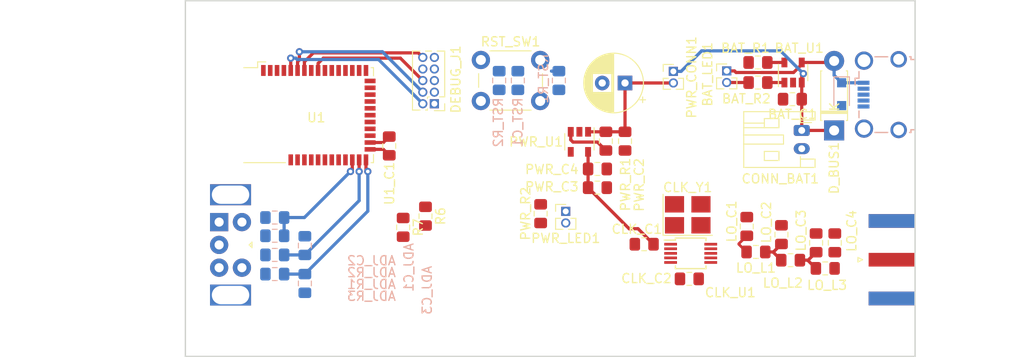
<source format=kicad_pcb>
(kicad_pcb (version 20171130) (host pcbnew "(5.0.1-3-g963ef8bb5)")

  (general
    (thickness 1.6)
    (drawings 9)
    (tracks 89)
    (zones 0)
    (modules 46)
    (nets 33)
  )

  (page A4)
  (layers
    (0 F.Cu signal)
    (31 B.Cu signal)
    (32 B.Adhes user hide)
    (33 F.Adhes user hide)
    (34 B.Paste user hide)
    (35 F.Paste user hide)
    (36 B.SilkS user)
    (37 F.SilkS user)
    (38 B.Mask user hide)
    (39 F.Mask user hide)
    (40 Dwgs.User user)
    (41 Cmts.User user)
    (42 Eco1.User user)
    (43 Eco2.User user)
    (44 Edge.Cuts user)
    (45 Margin user)
    (46 B.CrtYd user)
    (47 F.CrtYd user)
    (48 B.Fab user)
    (49 F.Fab user)
  )

  (setup
    (last_trace_width 0.35)
    (trace_clearance 0.2)
    (zone_clearance 0.508)
    (zone_45_only no)
    (trace_min 0.2)
    (segment_width 0.2)
    (edge_width 0.15)
    (via_size 0.8)
    (via_drill 0.4)
    (via_min_size 0.4)
    (via_min_drill 0.3)
    (uvia_size 0.3)
    (uvia_drill 0.1)
    (uvias_allowed no)
    (uvia_min_size 0.2)
    (uvia_min_drill 0.1)
    (pcb_text_width 0.3)
    (pcb_text_size 1.5 1.5)
    (mod_edge_width 0.15)
    (mod_text_size 1 1)
    (mod_text_width 0.15)
    (pad_size 1.524 1.524)
    (pad_drill 0.762)
    (pad_to_mask_clearance 0.051)
    (solder_mask_min_width 0.25)
    (aux_axis_origin 0 0)
    (visible_elements FFFDFF7F)
    (pcbplotparams
      (layerselection 0x010fc_ffffffff)
      (usegerberextensions false)
      (usegerberattributes false)
      (usegerberadvancedattributes false)
      (creategerberjobfile false)
      (excludeedgelayer true)
      (linewidth 0.050000)
      (plotframeref false)
      (viasonmask false)
      (mode 1)
      (useauxorigin false)
      (hpglpennumber 1)
      (hpglpenspeed 20)
      (hpglpendiameter 15.000000)
      (psnegative false)
      (psa4output false)
      (plotreference true)
      (plotvalue true)
      (plotinvisibletext false)
      (padsonsilk false)
      (subtractmaskfromsilk false)
      (outputformat 1)
      (mirror false)
      (drillshape 1)
      (scaleselection 1)
      (outputdirectory ""))
  )

  (net 0 "")
  (net 1 GND)
  (net 2 /CLK)
  (net 3 /SCL)
  (net 4 /SDA)
  (net 5 /RESET)
  (net 6 "Net-(CONN_USB1-Pad6)")
  (net 7 /BAT)
  (net 8 "Net-(ADJ_R1-Pad2)")
  (net 9 "Net-(ADJ_R2-Pad2)")
  (net 10 "Net-(CLK_C2-Pad2)")
  (net 11 "Net-(LO_C2-Pad1)")
  (net 12 "Net-(LO_C3-Pad1)")
  (net 13 "Net-(LO_C4-Pad1)")
  (net 14 "Net-(PWR_R1-Pad1)")
  (net 15 "Net-(RST_R1-Pad2)")
  (net 16 "Net-(ADJ_R3-Pad1)")
  (net 17 "Net-(CLK_U1-Pad2)")
  (net 18 "Net-(CLK_U1-Pad3)")
  (net 19 /VDD)
  (net 20 /ADJ_0)
  (net 21 /ADJ_1)
  (net 22 /ADJ_2)
  (net 23 /VBAT)
  (net 24 /VBUS)
  (net 25 "Net-(BAT_R1-Pad1)")
  (net 26 "Net-(BAT_R2-Pad2)")
  (net 27 /SWIO)
  (net 28 /SWCLK)
  (net 29 /SIO_18)
  (net 30 "Net-(BAT_LED1-Pad2)")
  (net 31 "Net-(PWR_LED1-Pad2)")
  (net 32 "Net-(PWR_C1-Pad1)")

  (net_class Default "This is the default net class."
    (clearance 0.2)
    (trace_width 0.35)
    (via_dia 0.8)
    (via_drill 0.4)
    (uvia_dia 0.3)
    (uvia_drill 0.1)
    (add_net /ADJ_0)
    (add_net /ADJ_1)
    (add_net /ADJ_2)
    (add_net /BAT)
    (add_net /RESET)
    (add_net /SIO_18)
    (add_net /SWCLK)
    (add_net /SWIO)
    (add_net /VBAT)
    (add_net /VBUS)
    (add_net /VDD)
    (add_net GND)
    (add_net "Net-(ADJ_R1-Pad2)")
    (add_net "Net-(ADJ_R2-Pad2)")
    (add_net "Net-(ADJ_R3-Pad1)")
    (add_net "Net-(BAT_LED1-Pad2)")
    (add_net "Net-(BAT_R1-Pad1)")
    (add_net "Net-(BAT_R2-Pad2)")
    (add_net "Net-(CLK_C2-Pad2)")
    (add_net "Net-(CLK_U1-Pad2)")
    (add_net "Net-(CLK_U1-Pad3)")
    (add_net "Net-(CONN_USB1-Pad6)")
    (add_net "Net-(LO_C2-Pad1)")
    (add_net "Net-(LO_C3-Pad1)")
    (add_net "Net-(LO_C4-Pad1)")
    (add_net "Net-(PWR_C1-Pad1)")
    (add_net "Net-(PWR_LED1-Pad2)")
    (add_net "Net-(PWR_R1-Pad1)")
    (add_net "Net-(RST_R1-Pad2)")
  )

  (net_class I2C ""
    (clearance 0.1)
    (trace_width 0.3)
    (via_dia 0.8)
    (via_drill 0.4)
    (uvia_dia 0.3)
    (uvia_drill 0.1)
    (add_net /CLK)
    (add_net /SCL)
    (add_net /SDA)
  )

  (module Diode_SMD:D_SOD-323_HandSoldering (layer B.Cu) (tedit 5CB3727F) (tstamp 5C9D4664)
    (at 171.95 110.25 270)
    (descr SOD-323)
    (tags SOD-323)
    (path /5C9451DC)
    (attr smd)
    (fp_text reference D_TVS1 (at 4.5 0 270) (layer B.SilkS) hide
      (effects (font (size 1 1) (thickness 0.15)) (justify mirror))
    )
    (fp_text value D_TVS (at 0.1 -1.9 270) (layer B.Fab) hide
      (effects (font (size 1 1) (thickness 0.15)) (justify mirror))
    )
    (fp_text user %R (at 4.5 0.25 270) (layer B.Fab) hide
      (effects (font (size 1 1) (thickness 0.15)) (justify mirror))
    )
    (fp_line (start -1.9 0.85) (end -1.9 -0.85) (layer B.SilkS) (width 0.12))
    (fp_line (start 0.2 0) (end 0.45 0) (layer B.Fab) (width 0.1))
    (fp_line (start 0.2 -0.35) (end -0.3 0) (layer B.Fab) (width 0.1))
    (fp_line (start 0.2 0.35) (end 0.2 -0.35) (layer B.Fab) (width 0.1))
    (fp_line (start -0.3 0) (end 0.2 0.35) (layer B.Fab) (width 0.1))
    (fp_line (start -0.3 0) (end -0.5 0) (layer B.Fab) (width 0.1))
    (fp_line (start -0.3 0.35) (end -0.3 -0.35) (layer B.Fab) (width 0.1))
    (fp_line (start -0.9 -0.7) (end -0.9 0.7) (layer B.Fab) (width 0.1))
    (fp_line (start 0.9 -0.7) (end -0.9 -0.7) (layer B.Fab) (width 0.1))
    (fp_line (start 0.9 0.7) (end 0.9 -0.7) (layer B.Fab) (width 0.1))
    (fp_line (start -0.9 0.7) (end 0.9 0.7) (layer B.Fab) (width 0.1))
    (fp_line (start -2 0.95) (end 2 0.95) (layer B.CrtYd) (width 0.05))
    (fp_line (start 2 0.95) (end 2 -0.95) (layer B.CrtYd) (width 0.05))
    (fp_line (start -2 -0.95) (end 2 -0.95) (layer B.CrtYd) (width 0.05))
    (fp_line (start -2 0.95) (end -2 -0.95) (layer B.CrtYd) (width 0.05))
    (fp_line (start -1.9 -0.85) (end 1.25 -0.85) (layer B.SilkS) (width 0.12))
    (fp_line (start -1.9 0.85) (end 1.25 0.85) (layer B.SilkS) (width 0.12))
    (pad 1 smd rect (at -1.25 0 270) (size 1 1) (layers B.Cu B.Paste B.Mask)
      (net 24 /VBUS))
    (pad 2 smd rect (at 1.25 0 270) (size 1 1) (layers B.Cu B.Paste B.Mask)
      (net 1 GND))
    (model ${KISYS3DMOD}/Diode_SMD.3dshapes/D_SOD-323.wrl
      (at (xyz 0 0 0))
      (scale (xyz 1 1 1))
      (rotate (xyz 0 0 0))
    )
  )

  (module Inductor_SMD:L_0805_2012Metric_Pad1.15x1.40mm_HandSolder (layer F.Cu) (tedit 5CB0CBDC) (tstamp 5CBF3CAF)
    (at 170.15 129.35)
    (descr "Capacitor SMD 0805 (2012 Metric), square (rectangular) end terminal, IPC_7351 nominal with elongated pad for handsoldering. (Body size source: https://docs.google.com/spreadsheets/d/1BsfQQcO9C6DZCsRaXUlFlo91Tg2WpOkGARC1WS5S8t0/edit?usp=sharing), generated with kicad-footprint-generator")
    (tags "inductor handsolder")
    (path /5C93D803)
    (attr smd)
    (fp_text reference LO_L3 (at 0.2 1.85) (layer F.SilkS)
      (effects (font (size 1 1) (thickness 0.15)))
    )
    (fp_text value 68n (at 0 1.65) (layer F.Fab)
      (effects (font (size 1 1) (thickness 0.15)))
    )
    (fp_line (start -1 0.6) (end -1 -0.6) (layer F.Fab) (width 0.1))
    (fp_line (start -1 -0.6) (end 1 -0.6) (layer F.Fab) (width 0.1))
    (fp_line (start 1 -0.6) (end 1 0.6) (layer F.Fab) (width 0.1))
    (fp_line (start 1 0.6) (end -1 0.6) (layer F.Fab) (width 0.1))
    (fp_line (start -0.261252 -0.71) (end 0.261252 -0.71) (layer F.SilkS) (width 0.12))
    (fp_line (start -0.261252 0.71) (end 0.261252 0.71) (layer F.SilkS) (width 0.12))
    (fp_line (start -1.85 0.95) (end -1.85 -0.95) (layer F.CrtYd) (width 0.05))
    (fp_line (start -1.85 -0.95) (end 1.85 -0.95) (layer F.CrtYd) (width 0.05))
    (fp_line (start 1.85 -0.95) (end 1.85 0.95) (layer F.CrtYd) (width 0.05))
    (fp_line (start 1.85 0.95) (end -1.85 0.95) (layer F.CrtYd) (width 0.05))
    (fp_text user %R (at 0 0) (layer F.Fab) hide
      (effects (font (size 0.5 0.5) (thickness 0.08)))
    )
    (pad 1 smd roundrect (at -1.025 0) (size 1.15 1.4) (layers F.Cu F.Paste F.Mask) (roundrect_rratio 0.217391)
      (net 12 "Net-(LO_C3-Pad1)"))
    (pad 2 smd roundrect (at 1.025 0) (size 1.15 1.4) (layers F.Cu F.Paste F.Mask) (roundrect_rratio 0.217391)
      (net 13 "Net-(LO_C4-Pad1)"))
    (model ${KISYS3DMOD}/Inductor_SMD.3dshapes/L_0805_2012Metric.wrl
      (at (xyz 0 0 0))
      (scale (xyz 1 1 1))
      (rotate (xyz 0 0 0))
    )
  )

  (module Capacitor_SMD:C_0805_2012Metric_Pad1.15x1.40mm_HandSolder (layer F.Cu) (tedit 5CB0CBE6) (tstamp 5CBF3C48)
    (at 169.15 126.55 90)
    (descr "Capacitor SMD 0805 (2012 Metric), square (rectangular) end terminal, IPC_7351 nominal with elongated pad for handsoldering. (Body size source: https://docs.google.com/spreadsheets/d/1BsfQQcO9C6DZCsRaXUlFlo91Tg2WpOkGARC1WS5S8t0/edit?usp=sharing), generated with kicad-footprint-generator")
    (tags "capacitor handsolder")
    (path /5C93D1AF)
    (attr smd)
    (fp_text reference LO_C3 (at 1.35 -1.65 90) (layer F.SilkS)
      (effects (font (size 1 1) (thickness 0.15)))
    )
    (fp_text value 36p (at 0 1.65 90) (layer F.Fab)
      (effects (font (size 1 1) (thickness 0.15)))
    )
    (fp_text user %R (at 0 0 90) (layer F.Fab) hide
      (effects (font (size 0.5 0.5) (thickness 0.08)))
    )
    (fp_line (start 1.85 0.95) (end -1.85 0.95) (layer F.CrtYd) (width 0.05))
    (fp_line (start 1.85 -0.95) (end 1.85 0.95) (layer F.CrtYd) (width 0.05))
    (fp_line (start -1.85 -0.95) (end 1.85 -0.95) (layer F.CrtYd) (width 0.05))
    (fp_line (start -1.85 0.95) (end -1.85 -0.95) (layer F.CrtYd) (width 0.05))
    (fp_line (start -0.261252 0.71) (end 0.261252 0.71) (layer F.SilkS) (width 0.12))
    (fp_line (start -0.261252 -0.71) (end 0.261252 -0.71) (layer F.SilkS) (width 0.12))
    (fp_line (start 1 0.6) (end -1 0.6) (layer F.Fab) (width 0.1))
    (fp_line (start 1 -0.6) (end 1 0.6) (layer F.Fab) (width 0.1))
    (fp_line (start -1 -0.6) (end 1 -0.6) (layer F.Fab) (width 0.1))
    (fp_line (start -1 0.6) (end -1 -0.6) (layer F.Fab) (width 0.1))
    (pad 2 smd roundrect (at 1.025 0 90) (size 1.15 1.4) (layers F.Cu F.Paste F.Mask) (roundrect_rratio 0.217391)
      (net 1 GND))
    (pad 1 smd roundrect (at -1.025 0 90) (size 1.15 1.4) (layers F.Cu F.Paste F.Mask) (roundrect_rratio 0.217391)
      (net 12 "Net-(LO_C3-Pad1)"))
    (model ${KISYS3DMOD}/Capacitor_SMD.3dshapes/C_0805_2012Metric.wrl
      (at (xyz 0 0 0))
      (scale (xyz 1 1 1))
      (rotate (xyz 0 0 0))
    )
  )

  (module Rotary_Encoder:RotaryEncoder_Alps_EC11B-Switch_Horizontal_L20mm (layer F.Cu) (tedit 5CB4DCB3) (tstamp 5CB09523)
    (at 103.7 124.275)
    (descr "Alps rotary encoder, EC11B with switch, horizontal shaft, https://www.alps.com/prod/info/E/HTML/Encoder/Incremental/EC11/EC11B15242AZ.html")
    (tags "rotary encoder horizontal")
    (path /5CB2140C)
    (fp_text reference ADJ_SW1 (at 1.25 9.89) (layer F.SilkS) hide
      (effects (font (size 1 1) (thickness 0.15)))
    )
    (fp_text value Rotary_Encoder_Switch (at -9.6 2.5) (layer F.Fab)
      (effects (font (size 1 1) (thickness 0.15)))
    )
    (fp_line (start 3.3 2.5) (end 3.6 2.2) (layer F.SilkS) (width 0.12))
    (fp_line (start 3.6 2.2) (end 3.6 2.8) (layer F.SilkS) (width 0.12))
    (fp_line (start 3.6 2.8) (end 3.3 2.5) (layer F.SilkS) (width 0.12))
    (fp_line (start -23.75 -0.5) (end -10.75 -0.5) (layer F.Fab) (width 0.1))
    (fp_line (start -23.75 5.5) (end -23.75 -0.5) (layer F.Fab) (width 0.1))
    (fp_line (start -10.75 5.5) (end -23.75 5.5) (layer F.Fab) (width 0.1))
    (fp_line (start -3.75 -0.7) (end -10.75 -0.7) (layer F.Fab) (width 0.1))
    (fp_line (start -10.75 5.7) (end -10.75 -0.7) (layer F.Fab) (width 0.1))
    (fp_line (start -3.75 5.7) (end -10.75 5.7) (layer F.Fab) (width 0.1))
    (fp_text user "PCB Edge" (at -5.4 2.5 90) (layer Dwgs.User)
      (effects (font (size 1 1) (thickness 0.15)))
    )
    (fp_line (start -4.25 2) (end -4.25 3) (layer Dwgs.User) (width 0.12))
    (fp_line (start -3.75 2.5) (end -4.25 3) (layer Dwgs.User) (width 0.12))
    (fp_line (start -4.25 2) (end -3.75 2.5) (layer Dwgs.User) (width 0.12))
    (fp_line (start -4.55 3.5) (end -3.75 3.5) (layer F.Fab) (width 0.11))
    (fp_line (start -4.55 1.5) (end -4.55 3.5) (layer F.Fab) (width 0.1))
    (fp_line (start -3.75 1.5) (end -4.55 1.5) (layer F.Fab) (width 0.1))
    (fp_line (start 3.75 9.4) (end -24 9.4) (layer F.CrtYd) (width 0.05))
    (fp_line (start 3.75 9.4) (end 3.75 -4.4) (layer F.CrtYd) (width 0.05))
    (fp_line (start -24 -4.4) (end -24 9.4) (layer F.CrtYd) (width 0.05))
    (fp_line (start -24 -4.4) (end 3.75 -4.4) (layer F.CrtYd) (width 0.05))
    (fp_line (start -2.75 -3.35) (end 3.15 -3.35) (layer F.Fab) (width 0.1))
    (fp_line (start -3.75 -2.35) (end -3.75 8.35) (layer F.Fab) (width 0.1))
    (fp_line (start -3.75 8.35) (end 3.15 8.35) (layer F.Fab) (width 0.1))
    (fp_line (start 3.15 -3.35) (end 3.15 8.35) (layer F.Fab) (width 0.1))
    (fp_line (start -3.75 -2.35) (end -2.75 -3.35) (layer F.Fab) (width 0.1))
    (fp_line (start -3.75 7) (end -3.75 -2) (layer Dwgs.User) (width 0.1))
    (fp_text user %R (at 1.25 9.89) (layer F.Fab) hide
      (effects (font (size 1 1) (thickness 0.15)))
    )
    (pad A thru_hole rect (at 0 0) (size 2 2) (drill 1) (layers *.Cu *.Mask)
      (net 9 "Net-(ADJ_R2-Pad2)"))
    (pad C thru_hole circle (at 0 2.5) (size 2 2) (drill 1) (layers *.Cu *.Mask)
      (net 1 GND))
    (pad B thru_hole circle (at 0 5) (size 2 2) (drill 1) (layers *.Cu *.Mask)
      (net 8 "Net-(ADJ_R1-Pad2)"))
    (pad MP thru_hole rect (at 1.25 -3) (size 4.5 2.3) (drill oval 4.1 2) (layers *.Cu *.Mask))
    (pad MP thru_hole rect (at 1.25 8) (size 4.5 2.3) (drill oval 4.1 2) (layers *.Cu *.Mask))
    (pad S2 thru_hole circle (at 2.5 0) (size 2 2) (drill 1) (layers *.Cu *.Mask)
      (net 1 GND))
    (pad S1 thru_hole circle (at 2.5 5) (size 2 2) (drill 1) (layers *.Cu *.Mask)
      (net 16 "Net-(ADJ_R3-Pad1)"))
    (model ${KISYS3DMOD}/Rotary_Encoder.3dshapes/RotaryEncoder_Alps_EC11B-Switch_Horizontal_L20mm.wrl
      (at (xyz 0 0 0))
      (scale (xyz 1 1 1))
      (rotate (xyz 0 0 0))
    )
  )

  (module Diode_THT:D_DO-41_SOD81_P7.62mm_Horizontal (layer F.Cu) (tedit 5CB67D63) (tstamp 5CA57699)
    (at 171.125 114.225 90)
    (descr "Diode, DO-41_SOD81 series, Axial, Horizontal, pin pitch=7.62mm, , length*diameter=5.2*2.7mm^2, , http://www.diodes.com/_files/packages/DO-41%20(Plastic).pdf")
    (tags "Diode DO-41_SOD81 series Axial Horizontal pin pitch 7.62mm  length 5.2mm diameter 2.7mm")
    (path /5C9BA239)
    (fp_text reference D_BUS1 (at -4.125 0 90) (layer F.SilkS)
      (effects (font (size 1 1) (thickness 0.15)))
    )
    (fp_text value D (at 3.81 2.47 90) (layer F.Fab) hide
      (effects (font (size 1 1) (thickness 0.15)))
    )
    (fp_text user K (at 2.6 0.05 90) (layer F.SilkS)
      (effects (font (size 1 1) (thickness 0.15)))
    )
    (fp_text user K (at 0 -2.1 90) (layer F.Fab) hide
      (effects (font (size 1 1) (thickness 0.15)))
    )
    (fp_text user %R (at 4.2 0 90) (layer F.Fab) hide
      (effects (font (size 1 1) (thickness 0.15)))
    )
    (fp_line (start 8.97 -1.6) (end -1.35 -1.6) (layer F.CrtYd) (width 0.05))
    (fp_line (start 8.97 1.6) (end 8.97 -1.6) (layer F.CrtYd) (width 0.05))
    (fp_line (start -1.35 1.6) (end 8.97 1.6) (layer F.CrtYd) (width 0.05))
    (fp_line (start -1.35 -1.6) (end -1.35 1.6) (layer F.CrtYd) (width 0.05))
    (fp_line (start 1.87 -1.47) (end 1.87 1.47) (layer F.SilkS) (width 0.12))
    (fp_line (start 2.11 -1.47) (end 2.11 1.47) (layer F.SilkS) (width 0.12))
    (fp_line (start 1.99 -1.47) (end 1.99 1.47) (layer F.SilkS) (width 0.12))
    (fp_line (start 6.53 1.47) (end 6.53 1.34) (layer F.SilkS) (width 0.12))
    (fp_line (start 1.09 1.47) (end 6.53 1.47) (layer F.SilkS) (width 0.12))
    (fp_line (start 1.09 1.34) (end 1.09 1.47) (layer F.SilkS) (width 0.12))
    (fp_line (start 6.53 -1.47) (end 6.53 -1.34) (layer F.SilkS) (width 0.12))
    (fp_line (start 1.09 -1.47) (end 6.53 -1.47) (layer F.SilkS) (width 0.12))
    (fp_line (start 1.09 -1.34) (end 1.09 -1.47) (layer F.SilkS) (width 0.12))
    (fp_line (start 1.89 -1.35) (end 1.89 1.35) (layer F.Fab) (width 0.1))
    (fp_line (start 2.09 -1.35) (end 2.09 1.35) (layer F.Fab) (width 0.1))
    (fp_line (start 1.99 -1.35) (end 1.99 1.35) (layer F.Fab) (width 0.1))
    (fp_line (start 7.62 0) (end 6.41 0) (layer F.Fab) (width 0.1))
    (fp_line (start 0 0) (end 1.21 0) (layer F.Fab) (width 0.1))
    (fp_line (start 6.41 -1.35) (end 1.21 -1.35) (layer F.Fab) (width 0.1))
    (fp_line (start 6.41 1.35) (end 6.41 -1.35) (layer F.Fab) (width 0.1))
    (fp_line (start 1.21 1.35) (end 6.41 1.35) (layer F.Fab) (width 0.1))
    (fp_line (start 1.21 -1.35) (end 1.21 1.35) (layer F.Fab) (width 0.1))
    (pad 2 thru_hole oval (at 7.62 0 90) (size 2.2 2.2) (drill 1.1) (layers *.Cu *.Mask)
      (net 24 /VBUS))
    (pad 1 thru_hole rect (at 0 0 90) (size 2.2 2.2) (drill 1.1) (layers *.Cu *.Mask)
      (net 23 /VBAT))
    (model ${KISYS3DMOD}/Diode_THT.3dshapes/D_DO-41_SOD81_P7.62mm_Horizontal.wrl
      (at (xyz 0 0 0))
      (scale (xyz 1 1 1))
      (rotate (xyz 0 0 0))
    )
  )

  (module Connector_USB:USB_Micro-B_Wuerth_629105150521_CircularHoles locked (layer B.Cu) (tedit 5CB37273) (tstamp 5CA57649)
    (at 176.25 110.3 270)
    (descr "USB Micro-B receptacle, http://www.mouser.com/ds/2/445/629105150521-469306.pdf")
    (tags "usb micro receptacle")
    (path /5C944F24)
    (attr smd)
    (fp_text reference CONN_USB1 (at 0 -0.25 270) (layer B.SilkS) hide
      (effects (font (size 1 1) (thickness 0.15)) (justify mirror))
    )
    (fp_text value USB (at 0 -5.6 270) (layer B.Fab) hide
      (effects (font (size 1 1) (thickness 0.15)) (justify mirror))
    )
    (fp_line (start -4 2.25) (end -4 -3.15) (layer B.Fab) (width 0.15))
    (fp_line (start -4 -3.15) (end -3.7 -3.15) (layer B.Fab) (width 0.15))
    (fp_line (start -3.7 -3.15) (end -3.7 -4.35) (layer B.Fab) (width 0.15))
    (fp_line (start -3.7 -4.35) (end 3.7 -4.35) (layer B.Fab) (width 0.15))
    (fp_line (start 3.7 -4.35) (end 3.7 -3.15) (layer B.Fab) (width 0.15))
    (fp_line (start 3.7 -3.15) (end 4 -3.15) (layer B.Fab) (width 0.15))
    (fp_line (start 4 -3.15) (end 4 2.25) (layer B.Fab) (width 0.15))
    (fp_line (start 4 2.25) (end -4 2.25) (layer B.Fab) (width 0.15))
    (fp_line (start -2.7 -3.75) (end 2.7 -3.75) (layer B.Fab) (width 0.15))
    (fp_line (start -1.075 2.725) (end -1.3 2.55) (layer B.Fab) (width 0.15))
    (fp_line (start -1.3 2.55) (end -1.525 2.725) (layer B.Fab) (width 0.15))
    (fp_line (start -1.525 2.725) (end -1.525 2.95) (layer B.Fab) (width 0.15))
    (fp_line (start -1.525 2.95) (end -1.075 2.95) (layer B.Fab) (width 0.15))
    (fp_line (start -1.075 2.95) (end -1.075 2.725) (layer B.Fab) (width 0.15))
    (fp_line (start -4.15 0.65) (end -4.15 -0.75) (layer B.SilkS) (width 0.15))
    (fp_line (start -4.15 -3.15) (end -4.15 -3.3) (layer B.SilkS) (width 0.15))
    (fp_line (start -4.15 -3.3) (end -3.85 -3.3) (layer B.SilkS) (width 0.15))
    (fp_line (start -3.85 -3.3) (end -3.85 -3.75) (layer B.SilkS) (width 0.15))
    (fp_line (start 3.85 -3.75) (end 3.85 -3.3) (layer B.SilkS) (width 0.15))
    (fp_line (start 3.85 -3.3) (end 4.15 -3.3) (layer B.SilkS) (width 0.15))
    (fp_line (start 4.15 -3.3) (end 4.15 -3.15) (layer B.SilkS) (width 0.15))
    (fp_line (start 4.15 -0.75) (end 4.15 0.65) (layer B.SilkS) (width 0.15))
    (fp_line (start -1.075 2.825) (end -1.8 2.825) (layer B.SilkS) (width 0.15))
    (fp_line (start -1.8 2.825) (end -1.8 2.4) (layer B.SilkS) (width 0.15))
    (fp_line (start -1.8 2.4) (end -2.525 2.4) (layer B.SilkS) (width 0.15))
    (fp_line (start 1.8 2.4) (end 2.525 2.4) (layer B.SilkS) (width 0.15))
    (fp_line (start -5.27 3.34) (end -5.27 -4.85) (layer B.CrtYd) (width 0.05))
    (fp_line (start -5.27 -4.85) (end 5.28 -4.85) (layer B.CrtYd) (width 0.05))
    (fp_line (start 5.28 -4.85) (end 5.28 3.34) (layer B.CrtYd) (width 0.05))
    (fp_line (start 5.28 3.34) (end -5.27 3.34) (layer B.CrtYd) (width 0.05))
    (fp_text user %R (at 0 -1.05 270) (layer B.Fab) hide
      (effects (font (size 1 1) (thickness 0.15)) (justify mirror))
    )
    (fp_text user "PCB Edge" (at 0 -3.75 270) (layer Dwgs.User)
      (effects (font (size 0.5 0.5) (thickness 0.08)))
    )
    (pad 1 smd rect (at -1.3 1.9 270) (size 0.45 1.3) (layers B.Cu B.Paste B.Mask)
      (net 24 /VBUS))
    (pad 2 smd rect (at -0.65 1.9 270) (size 0.45 1.3) (layers B.Cu B.Paste B.Mask))
    (pad 3 smd rect (at 0 1.9 270) (size 0.45 1.3) (layers B.Cu B.Paste B.Mask))
    (pad 4 smd rect (at 0.65 1.9 270) (size 0.45 1.3) (layers B.Cu B.Paste B.Mask))
    (pad 5 smd rect (at 1.3 1.9 270) (size 0.45 1.3) (layers B.Cu B.Paste B.Mask)
      (net 1 GND))
    (pad 6 thru_hole circle (at -3.725 1.85 270) (size 2 2) (drill 1.4) (layers *.Cu *.Mask)
      (net 6 "Net-(CONN_USB1-Pad6)"))
    (pad 6 thru_hole circle (at 3.725 1.85 270) (size 2 2) (drill 1.4) (layers *.Cu *.Mask)
      (net 6 "Net-(CONN_USB1-Pad6)"))
    (pad 6 thru_hole circle (at -3.875 -1.95 270) (size 1.8 1.8) (drill 1.2) (layers *.Cu *.Mask)
      (net 6 "Net-(CONN_USB1-Pad6)"))
    (pad 6 thru_hole circle (at 3.875 -1.95 270) (size 1.8 1.8) (drill 1.2) (layers *.Cu *.Mask)
      (net 6 "Net-(CONN_USB1-Pad6)"))
    (pad "" np_thru_hole circle (at -2.5 0.8 270) (size 0.8 0.8) (drill 0.8) (layers *.Cu *.Mask))
    (pad "" np_thru_hole circle (at 2.5 0.8 270) (size 0.8 0.8) (drill 0.8) (layers *.Cu *.Mask))
    (model ${KISYS3DMOD}/Connector_USB.3dshapes/USB_Micro-B_Wuerth_629105150521_CircularHoles.wrl
      (at (xyz 0 0 0))
      (scale (xyz 1 1 1))
      (rotate (xyz 0 0 0))
    )
  )

  (module Resistor_SMD:R_0805_2012Metric_Pad1.15x1.40mm_HandSolder (layer B.Cu) (tedit 5CB0B5CE) (tstamp 5CBF3B7B)
    (at 109.8 129.975)
    (descr "Resistor SMD 0805 (2012 Metric), square (rectangular) end terminal, IPC_7351 nominal with elongated pad for handsoldering. (Body size source: https://docs.google.com/spreadsheets/d/1BsfQQcO9C6DZCsRaXUlFlo91Tg2WpOkGARC1WS5S8t0/edit?usp=sharing), generated with kicad-footprint-generator")
    (tags "resistor handsolder")
    (path /5CA75F14)
    (attr smd)
    (fp_text reference ADJ_R3 (at 10.6 2.425) (layer B.SilkS)
      (effects (font (size 1 1) (thickness 0.15)) (justify mirror))
    )
    (fp_text value 10k (at 0 -1.65) (layer B.Fab)
      (effects (font (size 1 1) (thickness 0.15)) (justify mirror))
    )
    (fp_line (start -1 -0.6) (end -1 0.6) (layer B.Fab) (width 0.1))
    (fp_line (start -1 0.6) (end 1 0.6) (layer B.Fab) (width 0.1))
    (fp_line (start 1 0.6) (end 1 -0.6) (layer B.Fab) (width 0.1))
    (fp_line (start 1 -0.6) (end -1 -0.6) (layer B.Fab) (width 0.1))
    (fp_line (start -0.261252 0.71) (end 0.261252 0.71) (layer B.SilkS) (width 0.12))
    (fp_line (start -0.261252 -0.71) (end 0.261252 -0.71) (layer B.SilkS) (width 0.12))
    (fp_line (start -1.85 -0.95) (end -1.85 0.95) (layer B.CrtYd) (width 0.05))
    (fp_line (start -1.85 0.95) (end 1.85 0.95) (layer B.CrtYd) (width 0.05))
    (fp_line (start 1.85 0.95) (end 1.85 -0.95) (layer B.CrtYd) (width 0.05))
    (fp_line (start 1.85 -0.95) (end -1.85 -0.95) (layer B.CrtYd) (width 0.05))
    (fp_text user %R (at 0 0) (layer B.Fab) hide
      (effects (font (size 0.5 0.5) (thickness 0.08)) (justify mirror))
    )
    (pad 1 smd roundrect (at -1.025 0) (size 1.15 1.4) (layers B.Cu B.Paste B.Mask) (roundrect_rratio 0.217391)
      (net 16 "Net-(ADJ_R3-Pad1)"))
    (pad 2 smd roundrect (at 1.025 0) (size 1.15 1.4) (layers B.Cu B.Paste B.Mask) (roundrect_rratio 0.217391)
      (net 22 /ADJ_2))
    (model ${KISYS3DMOD}/Resistor_SMD.3dshapes/R_0805_2012Metric.wrl
      (at (xyz 0 0 0))
      (scale (xyz 1 1 1))
      (rotate (xyz 0 0 0))
    )
  )

  (module Resistor_SMD:R_0805_2012Metric_Pad1.15x1.40mm_HandSolder (layer B.Cu) (tedit 5CB0B5DC) (tstamp 5CBF3B6A)
    (at 109.8 125.775 180)
    (descr "Resistor SMD 0805 (2012 Metric), square (rectangular) end terminal, IPC_7351 nominal with elongated pad for handsoldering. (Body size source: https://docs.google.com/spreadsheets/d/1BsfQQcO9C6DZCsRaXUlFlo91Tg2WpOkGARC1WS5S8t0/edit?usp=sharing), generated with kicad-footprint-generator")
    (tags "resistor handsolder")
    (path /5CAD3394)
    (attr smd)
    (fp_text reference ADJ_R2 (at -10.6 -4.025 180) (layer B.SilkS)
      (effects (font (size 1 1) (thickness 0.15)) (justify mirror))
    )
    (fp_text value 10k (at 0 -1.65 180) (layer B.Fab)
      (effects (font (size 1 1) (thickness 0.15)) (justify mirror))
    )
    (fp_text user %R (at 0 0 180) (layer B.Fab) hide
      (effects (font (size 0.5 0.5) (thickness 0.08)) (justify mirror))
    )
    (fp_line (start 1.85 -0.95) (end -1.85 -0.95) (layer B.CrtYd) (width 0.05))
    (fp_line (start 1.85 0.95) (end 1.85 -0.95) (layer B.CrtYd) (width 0.05))
    (fp_line (start -1.85 0.95) (end 1.85 0.95) (layer B.CrtYd) (width 0.05))
    (fp_line (start -1.85 -0.95) (end -1.85 0.95) (layer B.CrtYd) (width 0.05))
    (fp_line (start -0.261252 -0.71) (end 0.261252 -0.71) (layer B.SilkS) (width 0.12))
    (fp_line (start -0.261252 0.71) (end 0.261252 0.71) (layer B.SilkS) (width 0.12))
    (fp_line (start 1 -0.6) (end -1 -0.6) (layer B.Fab) (width 0.1))
    (fp_line (start 1 0.6) (end 1 -0.6) (layer B.Fab) (width 0.1))
    (fp_line (start -1 0.6) (end 1 0.6) (layer B.Fab) (width 0.1))
    (fp_line (start -1 -0.6) (end -1 0.6) (layer B.Fab) (width 0.1))
    (pad 2 smd roundrect (at 1.025 0 180) (size 1.15 1.4) (layers B.Cu B.Paste B.Mask) (roundrect_rratio 0.217391)
      (net 9 "Net-(ADJ_R2-Pad2)"))
    (pad 1 smd roundrect (at -1.025 0 180) (size 1.15 1.4) (layers B.Cu B.Paste B.Mask) (roundrect_rratio 0.217391)
      (net 21 /ADJ_1))
    (model ${KISYS3DMOD}/Resistor_SMD.3dshapes/R_0805_2012Metric.wrl
      (at (xyz 0 0 0))
      (scale (xyz 1 1 1))
      (rotate (xyz 0 0 0))
    )
  )

  (module Capacitor_SMD:C_0805_2012Metric_Pad1.15x1.40mm_HandSolder (layer B.Cu) (tedit 5CB0B5D8) (tstamp 5CBF3B37)
    (at 109.8 123.775)
    (descr "Capacitor SMD 0805 (2012 Metric), square (rectangular) end terminal, IPC_7351 nominal with elongated pad for handsoldering. (Body size source: https://docs.google.com/spreadsheets/d/1BsfQQcO9C6DZCsRaXUlFlo91Tg2WpOkGARC1WS5S8t0/edit?usp=sharing), generated with kicad-footprint-generator")
    (tags "capacitor handsolder")
    (path /5CAD3ACA)
    (attr smd)
    (fp_text reference ADJ_C2 (at 10.6 4.725) (layer B.SilkS)
      (effects (font (size 1 1) (thickness 0.15)) (justify mirror))
    )
    (fp_text value 100n (at 0 -1.65) (layer B.Fab)
      (effects (font (size 1 1) (thickness 0.15)) (justify mirror))
    )
    (fp_text user %R (at 0 0) (layer B.Fab) hide
      (effects (font (size 0.5 0.5) (thickness 0.08)) (justify mirror))
    )
    (fp_line (start 1.85 -0.95) (end -1.85 -0.95) (layer B.CrtYd) (width 0.05))
    (fp_line (start 1.85 0.95) (end 1.85 -0.95) (layer B.CrtYd) (width 0.05))
    (fp_line (start -1.85 0.95) (end 1.85 0.95) (layer B.CrtYd) (width 0.05))
    (fp_line (start -1.85 -0.95) (end -1.85 0.95) (layer B.CrtYd) (width 0.05))
    (fp_line (start -0.261252 -0.71) (end 0.261252 -0.71) (layer B.SilkS) (width 0.12))
    (fp_line (start -0.261252 0.71) (end 0.261252 0.71) (layer B.SilkS) (width 0.12))
    (fp_line (start 1 -0.6) (end -1 -0.6) (layer B.Fab) (width 0.1))
    (fp_line (start 1 0.6) (end 1 -0.6) (layer B.Fab) (width 0.1))
    (fp_line (start -1 0.6) (end 1 0.6) (layer B.Fab) (width 0.1))
    (fp_line (start -1 -0.6) (end -1 0.6) (layer B.Fab) (width 0.1))
    (pad 2 smd roundrect (at 1.025 0) (size 1.15 1.4) (layers B.Cu B.Paste B.Mask) (roundrect_rratio 0.217391)
      (net 21 /ADJ_1))
    (pad 1 smd roundrect (at -1.025 0) (size 1.15 1.4) (layers B.Cu B.Paste B.Mask) (roundrect_rratio 0.217391)
      (net 1 GND))
    (model ${KISYS3DMOD}/Capacitor_SMD.3dshapes/C_0805_2012Metric.wrl
      (at (xyz 0 0 0))
      (scale (xyz 1 1 1))
      (rotate (xyz 0 0 0))
    )
  )

  (module Resistor_SMD:R_0805_2012Metric_Pad1.15x1.40mm_HandSolder (layer B.Cu) (tedit 5CB0B5BC) (tstamp 5CBF3B59)
    (at 109.8 127.875 180)
    (descr "Resistor SMD 0805 (2012 Metric), square (rectangular) end terminal, IPC_7351 nominal with elongated pad for handsoldering. (Body size source: https://docs.google.com/spreadsheets/d/1BsfQQcO9C6DZCsRaXUlFlo91Tg2WpOkGARC1WS5S8t0/edit?usp=sharing), generated with kicad-footprint-generator")
    (tags "resistor handsolder")
    (path /5CAD3420)
    (attr smd)
    (fp_text reference ADJ_R1 (at -10.6 -3.225 180) (layer B.SilkS)
      (effects (font (size 1 1) (thickness 0.15)) (justify mirror))
    )
    (fp_text value 10k (at 0 -1.65 180) (layer B.Fab)
      (effects (font (size 1 1) (thickness 0.15)) (justify mirror))
    )
    (fp_line (start -1 -0.6) (end -1 0.6) (layer B.Fab) (width 0.1))
    (fp_line (start -1 0.6) (end 1 0.6) (layer B.Fab) (width 0.1))
    (fp_line (start 1 0.6) (end 1 -0.6) (layer B.Fab) (width 0.1))
    (fp_line (start 1 -0.6) (end -1 -0.6) (layer B.Fab) (width 0.1))
    (fp_line (start -0.261252 0.71) (end 0.261252 0.71) (layer B.SilkS) (width 0.12))
    (fp_line (start -0.261252 -0.71) (end 0.261252 -0.71) (layer B.SilkS) (width 0.12))
    (fp_line (start -1.85 -0.95) (end -1.85 0.95) (layer B.CrtYd) (width 0.05))
    (fp_line (start -1.85 0.95) (end 1.85 0.95) (layer B.CrtYd) (width 0.05))
    (fp_line (start 1.85 0.95) (end 1.85 -0.95) (layer B.CrtYd) (width 0.05))
    (fp_line (start 1.85 -0.95) (end -1.85 -0.95) (layer B.CrtYd) (width 0.05))
    (fp_text user %R (at 0 0 180) (layer B.Fab) hide
      (effects (font (size 0.5 0.5) (thickness 0.08)) (justify mirror))
    )
    (pad 1 smd roundrect (at -1.025 0 180) (size 1.15 1.4) (layers B.Cu B.Paste B.Mask) (roundrect_rratio 0.217391)
      (net 20 /ADJ_0))
    (pad 2 smd roundrect (at 1.025 0 180) (size 1.15 1.4) (layers B.Cu B.Paste B.Mask) (roundrect_rratio 0.217391)
      (net 8 "Net-(ADJ_R1-Pad2)"))
    (model ${KISYS3DMOD}/Resistor_SMD.3dshapes/R_0805_2012Metric.wrl
      (at (xyz 0 0 0))
      (scale (xyz 1 1 1))
      (rotate (xyz 0 0 0))
    )
  )

  (module Capacitor_SMD:C_0805_2012Metric_Pad1.15x1.40mm_HandSolder (layer B.Cu) (tedit 5CB0B5D5) (tstamp 5CBF3B48)
    (at 113.1 131 90)
    (descr "Capacitor SMD 0805 (2012 Metric), square (rectangular) end terminal, IPC_7351 nominal with elongated pad for handsoldering. (Body size source: https://docs.google.com/spreadsheets/d/1BsfQQcO9C6DZCsRaXUlFlo91Tg2WpOkGARC1WS5S8t0/edit?usp=sharing), generated with kicad-footprint-generator")
    (tags "capacitor handsolder")
    (path /5CAB1B37)
    (attr smd)
    (fp_text reference ADJ_C3 (at -0.75 13.4 270) (layer B.SilkS)
      (effects (font (size 1 1) (thickness 0.15)) (justify mirror))
    )
    (fp_text value 100n (at 0 -1.65 90) (layer B.Fab)
      (effects (font (size 1 1) (thickness 0.15)) (justify mirror))
    )
    (fp_line (start -1 -0.6) (end -1 0.6) (layer B.Fab) (width 0.1))
    (fp_line (start -1 0.6) (end 1 0.6) (layer B.Fab) (width 0.1))
    (fp_line (start 1 0.6) (end 1 -0.6) (layer B.Fab) (width 0.1))
    (fp_line (start 1 -0.6) (end -1 -0.6) (layer B.Fab) (width 0.1))
    (fp_line (start -0.261252 0.71) (end 0.261252 0.71) (layer B.SilkS) (width 0.12))
    (fp_line (start -0.261252 -0.71) (end 0.261252 -0.71) (layer B.SilkS) (width 0.12))
    (fp_line (start -1.85 -0.95) (end -1.85 0.95) (layer B.CrtYd) (width 0.05))
    (fp_line (start -1.85 0.95) (end 1.85 0.95) (layer B.CrtYd) (width 0.05))
    (fp_line (start 1.85 0.95) (end 1.85 -0.95) (layer B.CrtYd) (width 0.05))
    (fp_line (start 1.85 -0.95) (end -1.85 -0.95) (layer B.CrtYd) (width 0.05))
    (fp_text user %R (at 0 0 90) (layer B.Fab) hide
      (effects (font (size 0.5 0.5) (thickness 0.08)) (justify mirror))
    )
    (pad 1 smd roundrect (at -1.025 0 90) (size 1.15 1.4) (layers B.Cu B.Paste B.Mask) (roundrect_rratio 0.217391)
      (net 1 GND))
    (pad 2 smd roundrect (at 1.025 0 90) (size 1.15 1.4) (layers B.Cu B.Paste B.Mask) (roundrect_rratio 0.217391)
      (net 22 /ADJ_2))
    (model ${KISYS3DMOD}/Capacitor_SMD.3dshapes/C_0805_2012Metric.wrl
      (at (xyz 0 0 0))
      (scale (xyz 1 1 1))
      (rotate (xyz 0 0 0))
    )
  )

  (module Capacitor_SMD:C_0805_2012Metric_Pad1.15x1.40mm_HandSolder (layer B.Cu) (tedit 5CB0B5B7) (tstamp 5CBF3B26)
    (at 113.1 126.85 90)
    (descr "Capacitor SMD 0805 (2012 Metric), square (rectangular) end terminal, IPC_7351 nominal with elongated pad for handsoldering. (Body size source: https://docs.google.com/spreadsheets/d/1BsfQQcO9C6DZCsRaXUlFlo91Tg2WpOkGARC1WS5S8t0/edit?usp=sharing), generated with kicad-footprint-generator")
    (tags "capacitor handsolder")
    (path /5CAD3B5D)
    (attr smd)
    (fp_text reference ADJ_C1 (at -2.4 11.4 90) (layer B.SilkS)
      (effects (font (size 1 1) (thickness 0.15)) (justify mirror))
    )
    (fp_text value 100n (at 0 -1.65 90) (layer B.Fab)
      (effects (font (size 1 1) (thickness 0.15)) (justify mirror))
    )
    (fp_line (start -1 -0.6) (end -1 0.6) (layer B.Fab) (width 0.1))
    (fp_line (start -1 0.6) (end 1 0.6) (layer B.Fab) (width 0.1))
    (fp_line (start 1 0.6) (end 1 -0.6) (layer B.Fab) (width 0.1))
    (fp_line (start 1 -0.6) (end -1 -0.6) (layer B.Fab) (width 0.1))
    (fp_line (start -0.261252 0.71) (end 0.261252 0.71) (layer B.SilkS) (width 0.12))
    (fp_line (start -0.261252 -0.71) (end 0.261252 -0.71) (layer B.SilkS) (width 0.12))
    (fp_line (start -1.85 -0.95) (end -1.85 0.95) (layer B.CrtYd) (width 0.05))
    (fp_line (start -1.85 0.95) (end 1.85 0.95) (layer B.CrtYd) (width 0.05))
    (fp_line (start 1.85 0.95) (end 1.85 -0.95) (layer B.CrtYd) (width 0.05))
    (fp_line (start 1.85 -0.95) (end -1.85 -0.95) (layer B.CrtYd) (width 0.05))
    (fp_text user %R (at 0 0 90) (layer B.Fab) hide
      (effects (font (size 0.5 0.5) (thickness 0.08)) (justify mirror))
    )
    (pad 1 smd roundrect (at -1.025 0 90) (size 1.15 1.4) (layers B.Cu B.Paste B.Mask) (roundrect_rratio 0.217391)
      (net 20 /ADJ_0))
    (pad 2 smd roundrect (at 1.025 0 90) (size 1.15 1.4) (layers B.Cu B.Paste B.Mask) (roundrect_rratio 0.217391)
      (net 1 GND))
    (model ${KISYS3DMOD}/Capacitor_SMD.3dshapes/C_0805_2012Metric.wrl
      (at (xyz 0 0 0))
      (scale (xyz 1 1 1))
      (rotate (xyz 0 0 0))
    )
  )

  (module Capacitor_SMD:C_0805_2012Metric_Pad1.15x1.40mm_HandSolder (layer F.Cu) (tedit 5CB694D9) (tstamp 5C9437DE)
    (at 122.35 115.925 90)
    (descr "Capacitor SMD 0805 (2012 Metric), square (rectangular) end terminal, IPC_7351 nominal with elongated pad for handsoldering. (Body size source: https://docs.google.com/spreadsheets/d/1BsfQQcO9C6DZCsRaXUlFlo91Tg2WpOkGARC1WS5S8t0/edit?usp=sharing), generated with kicad-footprint-generator")
    (tags "capacitor handsolder")
    (path /5CA31FA2)
    (attr smd)
    (fp_text reference U1_C1 (at -4.125 0.025 270) (layer F.SilkS)
      (effects (font (size 1 1) (thickness 0.15)))
    )
    (fp_text value 100n (at 0 1.65 90) (layer F.Fab) hide
      (effects (font (size 1 1) (thickness 0.15)))
    )
    (fp_line (start -1 0.6) (end -1 -0.6) (layer F.Fab) (width 0.1))
    (fp_line (start -1 -0.6) (end 1 -0.6) (layer F.Fab) (width 0.1))
    (fp_line (start 1 -0.6) (end 1 0.6) (layer F.Fab) (width 0.1))
    (fp_line (start 1 0.6) (end -1 0.6) (layer F.Fab) (width 0.1))
    (fp_line (start -0.261252 -0.71) (end 0.261252 -0.71) (layer F.SilkS) (width 0.12))
    (fp_line (start -0.261252 0.71) (end 0.261252 0.71) (layer F.SilkS) (width 0.12))
    (fp_line (start -1.85 0.95) (end -1.85 -0.95) (layer F.CrtYd) (width 0.05))
    (fp_line (start -1.85 -0.95) (end 1.85 -0.95) (layer F.CrtYd) (width 0.05))
    (fp_line (start 1.85 -0.95) (end 1.85 0.95) (layer F.CrtYd) (width 0.05))
    (fp_line (start 1.85 0.95) (end -1.85 0.95) (layer F.CrtYd) (width 0.05))
    (fp_text user %R (at 0 0 90) (layer F.Fab) hide
      (effects (font (size 0.5 0.5) (thickness 0.08)))
    )
    (pad 1 smd roundrect (at -1.025 0 90) (size 1.15 1.4) (layers F.Cu F.Paste F.Mask) (roundrect_rratio 0.217391)
      (net 1 GND))
    (pad 2 smd roundrect (at 1.025 0 90) (size 1.15 1.4) (layers F.Cu F.Paste F.Mask) (roundrect_rratio 0.217391)
      (net 19 /VDD))
    (model ${KISYS3DMOD}/Capacitor_SMD.3dshapes/C_0805_2012Metric.wrl
      (at (xyz 0 0 0))
      (scale (xyz 1 1 1))
      (rotate (xyz 0 0 0))
    )
  )

  (module Capacitor_SMD:C_0805_2012Metric_Pad1.15x1.40mm_HandSolder (layer F.Cu) (tedit 5CB0B5C5) (tstamp 5CCA97F7)
    (at 150.3 126.7 180)
    (descr "Capacitor SMD 0805 (2012 Metric), square (rectangular) end terminal, IPC_7351 nominal with elongated pad for handsoldering. (Body size source: https://docs.google.com/spreadsheets/d/1BsfQQcO9C6DZCsRaXUlFlo91Tg2WpOkGARC1WS5S8t0/edit?usp=sharing), generated with kicad-footprint-generator")
    (tags "capacitor handsolder")
    (path /5C93DB64)
    (attr smd)
    (fp_text reference CLK_C1 (at 0.8 1.65 180) (layer F.SilkS)
      (effects (font (size 1 1) (thickness 0.15)))
    )
    (fp_text value 100n (at 0 1.65 180) (layer F.Fab)
      (effects (font (size 1 1) (thickness 0.15)))
    )
    (fp_line (start -1 0.6) (end -1 -0.6) (layer F.Fab) (width 0.1))
    (fp_line (start -1 -0.6) (end 1 -0.6) (layer F.Fab) (width 0.1))
    (fp_line (start 1 -0.6) (end 1 0.6) (layer F.Fab) (width 0.1))
    (fp_line (start 1 0.6) (end -1 0.6) (layer F.Fab) (width 0.1))
    (fp_line (start -0.261252 -0.71) (end 0.261252 -0.71) (layer F.SilkS) (width 0.12))
    (fp_line (start -0.261252 0.71) (end 0.261252 0.71) (layer F.SilkS) (width 0.12))
    (fp_line (start -1.85 0.95) (end -1.85 -0.95) (layer F.CrtYd) (width 0.05))
    (fp_line (start -1.85 -0.95) (end 1.85 -0.95) (layer F.CrtYd) (width 0.05))
    (fp_line (start 1.85 -0.95) (end 1.85 0.95) (layer F.CrtYd) (width 0.05))
    (fp_line (start 1.85 0.95) (end -1.85 0.95) (layer F.CrtYd) (width 0.05))
    (fp_text user %R (at 0 0 180) (layer F.Fab) hide
      (effects (font (size 0.5 0.5) (thickness 0.08)))
    )
    (pad 1 smd roundrect (at -1.025 0 180) (size 1.15 1.4) (layers F.Cu F.Paste F.Mask) (roundrect_rratio 0.217391)
      (net 19 /VDD))
    (pad 2 smd roundrect (at 1.025 0 180) (size 1.15 1.4) (layers F.Cu F.Paste F.Mask) (roundrect_rratio 0.217391)
      (net 1 GND))
    (model ${KISYS3DMOD}/Capacitor_SMD.3dshapes/C_0805_2012Metric.wrl
      (at (xyz 0 0 0))
      (scale (xyz 1 1 1))
      (rotate (xyz 0 0 0))
    )
  )

  (module Capacitor_SMD:C_0805_2012Metric_Pad1.15x1.40mm_HandSolder (layer F.Cu) (tedit 5CB0B5C2) (tstamp 5CCA9827)
    (at 155.25 130.5)
    (descr "Capacitor SMD 0805 (2012 Metric), square (rectangular) end terminal, IPC_7351 nominal with elongated pad for handsoldering. (Body size source: https://docs.google.com/spreadsheets/d/1BsfQQcO9C6DZCsRaXUlFlo91Tg2WpOkGARC1WS5S8t0/edit?usp=sharing), generated with kicad-footprint-generator")
    (tags "capacitor handsolder")
    (path /5C93DE8C)
    (attr smd)
    (fp_text reference CLK_C2 (at -4.7 -0.05) (layer F.SilkS)
      (effects (font (size 1 1) (thickness 0.15)))
    )
    (fp_text value 100n (at 0 1.65) (layer F.Fab)
      (effects (font (size 1 1) (thickness 0.15)))
    )
    (fp_text user %R (at 0 0) (layer F.Fab) hide
      (effects (font (size 0.5 0.5) (thickness 0.08)))
    )
    (fp_line (start 1.85 0.95) (end -1.85 0.95) (layer F.CrtYd) (width 0.05))
    (fp_line (start 1.85 -0.95) (end 1.85 0.95) (layer F.CrtYd) (width 0.05))
    (fp_line (start -1.85 -0.95) (end 1.85 -0.95) (layer F.CrtYd) (width 0.05))
    (fp_line (start -1.85 0.95) (end -1.85 -0.95) (layer F.CrtYd) (width 0.05))
    (fp_line (start -0.261252 0.71) (end 0.261252 0.71) (layer F.SilkS) (width 0.12))
    (fp_line (start -0.261252 -0.71) (end 0.261252 -0.71) (layer F.SilkS) (width 0.12))
    (fp_line (start 1 0.6) (end -1 0.6) (layer F.Fab) (width 0.1))
    (fp_line (start 1 -0.6) (end 1 0.6) (layer F.Fab) (width 0.1))
    (fp_line (start -1 -0.6) (end 1 -0.6) (layer F.Fab) (width 0.1))
    (fp_line (start -1 0.6) (end -1 -0.6) (layer F.Fab) (width 0.1))
    (pad 2 smd roundrect (at 1.025 0) (size 1.15 1.4) (layers F.Cu F.Paste F.Mask) (roundrect_rratio 0.217391)
      (net 10 "Net-(CLK_C2-Pad2)"))
    (pad 1 smd roundrect (at -1.025 0) (size 1.15 1.4) (layers F.Cu F.Paste F.Mask) (roundrect_rratio 0.217391)
      (net 1 GND))
    (model ${KISYS3DMOD}/Capacitor_SMD.3dshapes/C_0805_2012Metric.wrl
      (at (xyz 0 0 0))
      (scale (xyz 1 1 1))
      (rotate (xyz 0 0 0))
    )
  )

  (module Crystal:Crystal_SMD_3225-4Pin_3.2x2.5mm_HandSoldering (layer F.Cu) (tedit 5CB0B5AB) (tstamp 5CCA985A)
    (at 155.075 123.475)
    (descr "SMD Crystal SERIES SMD3225/4 http://www.txccrystal.com/images/pdf/7m-accuracy.pdf, hand-soldering, 3.2x2.5mm^2 package")
    (tags "SMD SMT crystal hand-soldering")
    (path /5C9342DC)
    (attr smd)
    (fp_text reference CLK_Y1 (at 0 -3) (layer F.SilkS)
      (effects (font (size 1 1) (thickness 0.15)))
    )
    (fp_text value Crystal_GND24 (at 0 3.05) (layer F.Fab)
      (effects (font (size 1 1) (thickness 0.15)))
    )
    (fp_text user %R (at 0 0) (layer F.Fab) hide
      (effects (font (size 0.7 0.7) (thickness 0.105)))
    )
    (fp_line (start -1.6 -1.25) (end -1.6 1.25) (layer F.Fab) (width 0.1))
    (fp_line (start -1.6 1.25) (end 1.6 1.25) (layer F.Fab) (width 0.1))
    (fp_line (start 1.6 1.25) (end 1.6 -1.25) (layer F.Fab) (width 0.1))
    (fp_line (start 1.6 -1.25) (end -1.6 -1.25) (layer F.Fab) (width 0.1))
    (fp_line (start -1.6 0.25) (end -0.6 1.25) (layer F.Fab) (width 0.1))
    (fp_line (start -2.7 -2.25) (end -2.7 2.25) (layer F.SilkS) (width 0.12))
    (fp_line (start -2.7 2.25) (end 2.7 2.25) (layer F.SilkS) (width 0.12))
    (fp_line (start -2.8 -2.3) (end -2.8 2.3) (layer F.CrtYd) (width 0.05))
    (fp_line (start -2.8 2.3) (end 2.8 2.3) (layer F.CrtYd) (width 0.05))
    (fp_line (start 2.8 2.3) (end 2.8 -2.3) (layer F.CrtYd) (width 0.05))
    (fp_line (start 2.8 -2.3) (end -2.8 -2.3) (layer F.CrtYd) (width 0.05))
    (pad 1 smd rect (at -1.45 1.15) (size 2.1 1.8) (layers F.Cu F.Paste F.Mask)
      (net 17 "Net-(CLK_U1-Pad2)"))
    (pad 2 smd rect (at 1.45 1.15) (size 2.1 1.8) (layers F.Cu F.Paste F.Mask)
      (net 1 GND))
    (pad 3 smd rect (at 1.45 -1.15) (size 2.1 1.8) (layers F.Cu F.Paste F.Mask)
      (net 18 "Net-(CLK_U1-Pad3)"))
    (pad 4 smd rect (at -1.45 -1.15) (size 2.1 1.8) (layers F.Cu F.Paste F.Mask)
      (net 1 GND))
    (model ${KISYS3DMOD}/Crystal.3dshapes/Crystal_SMD_3225-4Pin_3.2x2.5mm_HandSoldering.wrl
      (at (xyz 0 0 0))
      (scale (xyz 1 1 1))
      (rotate (xyz 0 0 0))
    )
  )

  (module Capacitor_SMD:C_0805_2012Metric_Pad1.15x1.40mm_HandSolder (layer F.Cu) (tedit 5CB0CBE0) (tstamp 5CBF3C26)
    (at 161.55 124.75 90)
    (descr "Capacitor SMD 0805 (2012 Metric), square (rectangular) end terminal, IPC_7351 nominal with elongated pad for handsoldering. (Body size source: https://docs.google.com/spreadsheets/d/1BsfQQcO9C6DZCsRaXUlFlo91Tg2WpOkGARC1WS5S8t0/edit?usp=sharing), generated with kicad-footprint-generator")
    (tags "capacitor handsolder")
    (path /5C93BD5D)
    (attr smd)
    (fp_text reference LO_C1 (at 0.55 -1.65 90) (layer F.SilkS)
      (effects (font (size 1 1) (thickness 0.15)))
    )
    (fp_text value 15p (at 0 1.65 90) (layer F.Fab)
      (effects (font (size 1 1) (thickness 0.15)))
    )
    (fp_text user %R (at 0 0 90) (layer F.Fab) hide
      (effects (font (size 0.5 0.5) (thickness 0.08)))
    )
    (fp_line (start 1.85 0.95) (end -1.85 0.95) (layer F.CrtYd) (width 0.05))
    (fp_line (start 1.85 -0.95) (end 1.85 0.95) (layer F.CrtYd) (width 0.05))
    (fp_line (start -1.85 -0.95) (end 1.85 -0.95) (layer F.CrtYd) (width 0.05))
    (fp_line (start -1.85 0.95) (end -1.85 -0.95) (layer F.CrtYd) (width 0.05))
    (fp_line (start -0.261252 0.71) (end 0.261252 0.71) (layer F.SilkS) (width 0.12))
    (fp_line (start -0.261252 -0.71) (end 0.261252 -0.71) (layer F.SilkS) (width 0.12))
    (fp_line (start 1 0.6) (end -1 0.6) (layer F.Fab) (width 0.1))
    (fp_line (start 1 -0.6) (end 1 0.6) (layer F.Fab) (width 0.1))
    (fp_line (start -1 -0.6) (end 1 -0.6) (layer F.Fab) (width 0.1))
    (fp_line (start -1 0.6) (end -1 -0.6) (layer F.Fab) (width 0.1))
    (pad 2 smd roundrect (at 1.025 0 90) (size 1.15 1.4) (layers F.Cu F.Paste F.Mask) (roundrect_rratio 0.217391)
      (net 1 GND))
    (pad 1 smd roundrect (at -1.025 0 90) (size 1.15 1.4) (layers F.Cu F.Paste F.Mask) (roundrect_rratio 0.217391)
      (net 2 /CLK))
    (model ${KISYS3DMOD}/Capacitor_SMD.3dshapes/C_0805_2012Metric.wrl
      (at (xyz 0 0 0))
      (scale (xyz 1 1 1))
      (rotate (xyz 0 0 0))
    )
  )

  (module Capacitor_SMD:C_0805_2012Metric_Pad1.15x1.40mm_HandSolder (layer F.Cu) (tedit 5CB0CBE3) (tstamp 5CBF3C37)
    (at 165.35 125.65 90)
    (descr "Capacitor SMD 0805 (2012 Metric), square (rectangular) end terminal, IPC_7351 nominal with elongated pad for handsoldering. (Body size source: https://docs.google.com/spreadsheets/d/1BsfQQcO9C6DZCsRaXUlFlo91Tg2WpOkGARC1WS5S8t0/edit?usp=sharing), generated with kicad-footprint-generator")
    (tags "capacitor handsolder")
    (path /5C93D13B)
    (attr smd)
    (fp_text reference LO_C2 (at 1.35 -1.65 90) (layer F.SilkS)
      (effects (font (size 1 1) (thickness 0.15)))
    )
    (fp_text value 36p (at 0 1.65 90) (layer F.Fab)
      (effects (font (size 1 1) (thickness 0.15)))
    )
    (fp_line (start -1 0.6) (end -1 -0.6) (layer F.Fab) (width 0.1))
    (fp_line (start -1 -0.6) (end 1 -0.6) (layer F.Fab) (width 0.1))
    (fp_line (start 1 -0.6) (end 1 0.6) (layer F.Fab) (width 0.1))
    (fp_line (start 1 0.6) (end -1 0.6) (layer F.Fab) (width 0.1))
    (fp_line (start -0.261252 -0.71) (end 0.261252 -0.71) (layer F.SilkS) (width 0.12))
    (fp_line (start -0.261252 0.71) (end 0.261252 0.71) (layer F.SilkS) (width 0.12))
    (fp_line (start -1.85 0.95) (end -1.85 -0.95) (layer F.CrtYd) (width 0.05))
    (fp_line (start -1.85 -0.95) (end 1.85 -0.95) (layer F.CrtYd) (width 0.05))
    (fp_line (start 1.85 -0.95) (end 1.85 0.95) (layer F.CrtYd) (width 0.05))
    (fp_line (start 1.85 0.95) (end -1.85 0.95) (layer F.CrtYd) (width 0.05))
    (fp_text user %R (at 0 0 90) (layer F.Fab) hide
      (effects (font (size 0.5 0.5) (thickness 0.08)))
    )
    (pad 1 smd roundrect (at -1.025 0 90) (size 1.15 1.4) (layers F.Cu F.Paste F.Mask) (roundrect_rratio 0.217391)
      (net 11 "Net-(LO_C2-Pad1)"))
    (pad 2 smd roundrect (at 1.025 0 90) (size 1.15 1.4) (layers F.Cu F.Paste F.Mask) (roundrect_rratio 0.217391)
      (net 1 GND))
    (model ${KISYS3DMOD}/Capacitor_SMD.3dshapes/C_0805_2012Metric.wrl
      (at (xyz 0 0 0))
      (scale (xyz 1 1 1))
      (rotate (xyz 0 0 0))
    )
  )

  (module Capacitor_SMD:C_0805_2012Metric_Pad1.15x1.40mm_HandSolder (layer F.Cu) (tedit 5CB0CBF1) (tstamp 5CBF3C59)
    (at 171.2 126.55 90)
    (descr "Capacitor SMD 0805 (2012 Metric), square (rectangular) end terminal, IPC_7351 nominal with elongated pad for handsoldering. (Body size source: https://docs.google.com/spreadsheets/d/1BsfQQcO9C6DZCsRaXUlFlo91Tg2WpOkGARC1WS5S8t0/edit?usp=sharing), generated with kicad-footprint-generator")
    (tags "capacitor handsolder")
    (path /5C93CD89)
    (attr smd)
    (fp_text reference LO_C4 (at 1.3 1.85 90) (layer F.SilkS)
      (effects (font (size 1 1) (thickness 0.15)))
    )
    (fp_text value 15p (at 0 1.65 90) (layer F.Fab)
      (effects (font (size 1 1) (thickness 0.15)))
    )
    (fp_text user %R (at 0 0 90) (layer F.Fab) hide
      (effects (font (size 0.5 0.5) (thickness 0.08)))
    )
    (fp_line (start 1.85 0.95) (end -1.85 0.95) (layer F.CrtYd) (width 0.05))
    (fp_line (start 1.85 -0.95) (end 1.85 0.95) (layer F.CrtYd) (width 0.05))
    (fp_line (start -1.85 -0.95) (end 1.85 -0.95) (layer F.CrtYd) (width 0.05))
    (fp_line (start -1.85 0.95) (end -1.85 -0.95) (layer F.CrtYd) (width 0.05))
    (fp_line (start -0.261252 0.71) (end 0.261252 0.71) (layer F.SilkS) (width 0.12))
    (fp_line (start -0.261252 -0.71) (end 0.261252 -0.71) (layer F.SilkS) (width 0.12))
    (fp_line (start 1 0.6) (end -1 0.6) (layer F.Fab) (width 0.1))
    (fp_line (start 1 -0.6) (end 1 0.6) (layer F.Fab) (width 0.1))
    (fp_line (start -1 -0.6) (end 1 -0.6) (layer F.Fab) (width 0.1))
    (fp_line (start -1 0.6) (end -1 -0.6) (layer F.Fab) (width 0.1))
    (pad 2 smd roundrect (at 1.025 0 90) (size 1.15 1.4) (layers F.Cu F.Paste F.Mask) (roundrect_rratio 0.217391)
      (net 1 GND))
    (pad 1 smd roundrect (at -1.025 0 90) (size 1.15 1.4) (layers F.Cu F.Paste F.Mask) (roundrect_rratio 0.217391)
      (net 13 "Net-(LO_C4-Pad1)"))
    (model ${KISYS3DMOD}/Capacitor_SMD.3dshapes/C_0805_2012Metric.wrl
      (at (xyz 0 0 0))
      (scale (xyz 1 1 1))
      (rotate (xyz 0 0 0))
    )
  )

  (module Connector_Coaxial:SMA_Amphenol_132289_EdgeMount (layer F.Cu) (tedit 5CB37292) (tstamp 5CBF3C7C)
    (at 177.45 128.4)
    (descr http://www.amphenolrf.com/132289.html)
    (tags SMA)
    (path /5C951995)
    (attr smd)
    (fp_text reference LO_CONN1 (at -4.5 0 90) (layer F.SilkS) hide
      (effects (font (size 1 1) (thickness 0.15)))
    )
    (fp_text value LO (at 5 6) (layer F.Fab)
      (effects (font (size 1 1) (thickness 0.15)))
    )
    (fp_line (start -3.71 0.25) (end -3.21 0) (layer F.SilkS) (width 0.12))
    (fp_line (start -3.71 -0.25) (end -3.71 0.25) (layer F.SilkS) (width 0.12))
    (fp_line (start -3.21 0) (end -3.71 -0.25) (layer F.SilkS) (width 0.12))
    (fp_line (start 3.54 0) (end 2.54 0.75) (layer F.Fab) (width 0.1))
    (fp_line (start 2.54 -0.75) (end 3.54 0) (layer F.Fab) (width 0.1))
    (fp_text user %R (at 4.79 0 -90) (layer F.Fab) hide
      (effects (font (size 1 1) (thickness 0.15)))
    )
    (fp_line (start 14.47 -5.58) (end -3.04 -5.58) (layer F.CrtYd) (width 0.05))
    (fp_line (start 14.47 -5.58) (end 14.47 5.58) (layer F.CrtYd) (width 0.05))
    (fp_line (start 14.47 5.58) (end -3.04 5.58) (layer F.CrtYd) (width 0.05))
    (fp_line (start -3.04 5.58) (end -3.04 -5.58) (layer F.CrtYd) (width 0.05))
    (fp_line (start 14.47 -5.58) (end -3.04 -5.58) (layer B.CrtYd) (width 0.05))
    (fp_line (start 14.47 -5.58) (end 14.47 5.58) (layer B.CrtYd) (width 0.05))
    (fp_line (start 14.47 5.58) (end -3.04 5.58) (layer B.CrtYd) (width 0.05))
    (fp_line (start -3.04 5.58) (end -3.04 -5.58) (layer B.CrtYd) (width 0.05))
    (fp_line (start 4.445 -3.81) (end 13.97 -3.81) (layer F.Fab) (width 0.1))
    (fp_line (start 13.97 -3.81) (end 13.97 3.81) (layer F.Fab) (width 0.1))
    (fp_line (start 13.97 3.81) (end 4.445 3.81) (layer F.Fab) (width 0.1))
    (fp_line (start 4.445 5.08) (end 4.445 3.81) (layer F.Fab) (width 0.1))
    (fp_line (start 4.445 -3.81) (end 4.445 -5.08) (layer F.Fab) (width 0.1))
    (fp_line (start -1.91 -5.08) (end 4.445 -5.08) (layer F.Fab) (width 0.1))
    (fp_line (start -1.91 -5.08) (end -1.91 -3.81) (layer F.Fab) (width 0.1))
    (fp_line (start -1.91 -3.81) (end 2.54 -3.81) (layer F.Fab) (width 0.1))
    (fp_line (start 2.54 -3.81) (end 2.54 3.81) (layer F.Fab) (width 0.1))
    (fp_line (start 2.54 3.81) (end -1.91 3.81) (layer F.Fab) (width 0.1))
    (fp_line (start -1.91 3.81) (end -1.91 5.08) (layer F.Fab) (width 0.1))
    (fp_line (start -1.91 5.08) (end 4.445 5.08) (layer F.Fab) (width 0.1))
    (pad 2 smd rect (at 0 4.25 90) (size 1.5 5.08) (layers B.Cu B.Paste B.Mask)
      (net 1 GND))
    (pad 2 smd rect (at 0 -4.25 90) (size 1.5 5.08) (layers B.Cu B.Paste B.Mask)
      (net 1 GND))
    (pad 2 smd rect (at 0 4.25 90) (size 1.5 5.08) (layers F.Cu F.Paste F.Mask)
      (net 1 GND))
    (pad 2 smd rect (at 0 -4.25 90) (size 1.5 5.08) (layers F.Cu F.Paste F.Mask)
      (net 1 GND))
    (pad 1 smd rect (at 0 0 90) (size 1.5 5.08) (layers F.Cu F.Paste F.Mask)
      (net 13 "Net-(LO_C4-Pad1)"))
    (model ${KISYS3DMOD}/Connector_Coaxial.3dshapes/SMA_Amphenol_132289_EdgeMount.wrl
      (at (xyz 0 0 0))
      (scale (xyz 1 1 1))
      (rotate (xyz 0 0 0))
    )
  )

  (module Inductor_SMD:L_0805_2012Metric_Pad1.15x1.40mm_HandSolder (layer F.Cu) (tedit 5CB0CBEE) (tstamp 5CBF3C8D)
    (at 162.55 127.55)
    (descr "Capacitor SMD 0805 (2012 Metric), square (rectangular) end terminal, IPC_7351 nominal with elongated pad for handsoldering. (Body size source: https://docs.google.com/spreadsheets/d/1BsfQQcO9C6DZCsRaXUlFlo91Tg2WpOkGARC1WS5S8t0/edit?usp=sharing), generated with kicad-footprint-generator")
    (tags "inductor handsolder")
    (path /5C93A2C2)
    (attr smd)
    (fp_text reference LO_L1 (at 0 1.75) (layer F.SilkS)
      (effects (font (size 1 1) (thickness 0.15)))
    )
    (fp_text value 68n (at 0 1.65) (layer F.Fab)
      (effects (font (size 1 1) (thickness 0.15)))
    )
    (fp_line (start -1 0.6) (end -1 -0.6) (layer F.Fab) (width 0.1))
    (fp_line (start -1 -0.6) (end 1 -0.6) (layer F.Fab) (width 0.1))
    (fp_line (start 1 -0.6) (end 1 0.6) (layer F.Fab) (width 0.1))
    (fp_line (start 1 0.6) (end -1 0.6) (layer F.Fab) (width 0.1))
    (fp_line (start -0.261252 -0.71) (end 0.261252 -0.71) (layer F.SilkS) (width 0.12))
    (fp_line (start -0.261252 0.71) (end 0.261252 0.71) (layer F.SilkS) (width 0.12))
    (fp_line (start -1.85 0.95) (end -1.85 -0.95) (layer F.CrtYd) (width 0.05))
    (fp_line (start -1.85 -0.95) (end 1.85 -0.95) (layer F.CrtYd) (width 0.05))
    (fp_line (start 1.85 -0.95) (end 1.85 0.95) (layer F.CrtYd) (width 0.05))
    (fp_line (start 1.85 0.95) (end -1.85 0.95) (layer F.CrtYd) (width 0.05))
    (fp_text user %R (at 0 0) (layer F.Fab) hide
      (effects (font (size 0.5 0.5) (thickness 0.08)))
    )
    (pad 1 smd roundrect (at -1.025 0) (size 1.15 1.4) (layers F.Cu F.Paste F.Mask) (roundrect_rratio 0.217391)
      (net 2 /CLK))
    (pad 2 smd roundrect (at 1.025 0) (size 1.15 1.4) (layers F.Cu F.Paste F.Mask) (roundrect_rratio 0.217391)
      (net 11 "Net-(LO_C2-Pad1)"))
    (model ${KISYS3DMOD}/Inductor_SMD.3dshapes/L_0805_2012Metric.wrl
      (at (xyz 0 0 0))
      (scale (xyz 1 1 1))
      (rotate (xyz 0 0 0))
    )
  )

  (module Inductor_SMD:L_0805_2012Metric_Pad1.15x1.40mm_HandSolder (layer F.Cu) (tedit 5CB0CBE9) (tstamp 5CBF3C9E)
    (at 166.35 128.45)
    (descr "Capacitor SMD 0805 (2012 Metric), square (rectangular) end terminal, IPC_7351 nominal with elongated pad for handsoldering. (Body size source: https://docs.google.com/spreadsheets/d/1BsfQQcO9C6DZCsRaXUlFlo91Tg2WpOkGARC1WS5S8t0/edit?usp=sharing), generated with kicad-footprint-generator")
    (tags "inductor handsolder")
    (path /5C93D7DD)
    (attr smd)
    (fp_text reference LO_L2 (at -0.85 2.5) (layer F.SilkS)
      (effects (font (size 1 1) (thickness 0.15)))
    )
    (fp_text value 82n (at 0 1.65) (layer F.Fab)
      (effects (font (size 1 1) (thickness 0.15)))
    )
    (fp_text user %R (at 0 0) (layer F.Fab) hide
      (effects (font (size 0.5 0.5) (thickness 0.08)))
    )
    (fp_line (start 1.85 0.95) (end -1.85 0.95) (layer F.CrtYd) (width 0.05))
    (fp_line (start 1.85 -0.95) (end 1.85 0.95) (layer F.CrtYd) (width 0.05))
    (fp_line (start -1.85 -0.95) (end 1.85 -0.95) (layer F.CrtYd) (width 0.05))
    (fp_line (start -1.85 0.95) (end -1.85 -0.95) (layer F.CrtYd) (width 0.05))
    (fp_line (start -0.261252 0.71) (end 0.261252 0.71) (layer F.SilkS) (width 0.12))
    (fp_line (start -0.261252 -0.71) (end 0.261252 -0.71) (layer F.SilkS) (width 0.12))
    (fp_line (start 1 0.6) (end -1 0.6) (layer F.Fab) (width 0.1))
    (fp_line (start 1 -0.6) (end 1 0.6) (layer F.Fab) (width 0.1))
    (fp_line (start -1 -0.6) (end 1 -0.6) (layer F.Fab) (width 0.1))
    (fp_line (start -1 0.6) (end -1 -0.6) (layer F.Fab) (width 0.1))
    (pad 2 smd roundrect (at 1.025 0) (size 1.15 1.4) (layers F.Cu F.Paste F.Mask) (roundrect_rratio 0.217391)
      (net 12 "Net-(LO_C3-Pad1)"))
    (pad 1 smd roundrect (at -1.025 0) (size 1.15 1.4) (layers F.Cu F.Paste F.Mask) (roundrect_rratio 0.217391)
      (net 11 "Net-(LO_C2-Pad1)"))
    (model ${KISYS3DMOD}/Inductor_SMD.3dshapes/L_0805_2012Metric.wrl
      (at (xyz 0 0 0))
      (scale (xyz 1 1 1))
      (rotate (xyz 0 0 0))
    )
  )

  (module Capacitor_THT:CP_Radial_D6.3mm_P2.50mm (layer F.Cu) (tedit 5CB37285) (tstamp 5CBF3D43)
    (at 148.2 109.025 180)
    (descr "CP, Radial series, Radial, pin pitch=2.50mm, , diameter=6.3mm, Electrolytic Capacitor")
    (tags "CP Radial series Radial pin pitch 2.50mm  diameter 6.3mm Electrolytic Capacitor")
    (path /5C94529B)
    (fp_text reference PWR_C1 (at -2.9 0 -90) (layer F.SilkS) hide
      (effects (font (size 1 1) (thickness 0.15)))
    )
    (fp_text value 220u (at 1.25 4.4 180) (layer F.Fab)
      (effects (font (size 1 1) (thickness 0.15)))
    )
    (fp_circle (center 1.25 0) (end 4.4 0) (layer F.Fab) (width 0.1))
    (fp_circle (center 1.25 0) (end 4.52 0) (layer F.SilkS) (width 0.12))
    (fp_circle (center 1.25 0) (end 4.65 0) (layer F.CrtYd) (width 0.05))
    (fp_line (start -1.443972 -1.3735) (end -0.813972 -1.3735) (layer F.Fab) (width 0.1))
    (fp_line (start -1.128972 -1.6885) (end -1.128972 -1.0585) (layer F.Fab) (width 0.1))
    (fp_line (start 1.25 -3.23) (end 1.25 3.23) (layer F.SilkS) (width 0.12))
    (fp_line (start 1.29 -3.23) (end 1.29 3.23) (layer F.SilkS) (width 0.12))
    (fp_line (start 1.33 -3.23) (end 1.33 3.23) (layer F.SilkS) (width 0.12))
    (fp_line (start 1.37 -3.228) (end 1.37 3.228) (layer F.SilkS) (width 0.12))
    (fp_line (start 1.41 -3.227) (end 1.41 3.227) (layer F.SilkS) (width 0.12))
    (fp_line (start 1.45 -3.224) (end 1.45 3.224) (layer F.SilkS) (width 0.12))
    (fp_line (start 1.49 -3.222) (end 1.49 -1.04) (layer F.SilkS) (width 0.12))
    (fp_line (start 1.49 1.04) (end 1.49 3.222) (layer F.SilkS) (width 0.12))
    (fp_line (start 1.53 -3.218) (end 1.53 -1.04) (layer F.SilkS) (width 0.12))
    (fp_line (start 1.53 1.04) (end 1.53 3.218) (layer F.SilkS) (width 0.12))
    (fp_line (start 1.57 -3.215) (end 1.57 -1.04) (layer F.SilkS) (width 0.12))
    (fp_line (start 1.57 1.04) (end 1.57 3.215) (layer F.SilkS) (width 0.12))
    (fp_line (start 1.61 -3.211) (end 1.61 -1.04) (layer F.SilkS) (width 0.12))
    (fp_line (start 1.61 1.04) (end 1.61 3.211) (layer F.SilkS) (width 0.12))
    (fp_line (start 1.65 -3.206) (end 1.65 -1.04) (layer F.SilkS) (width 0.12))
    (fp_line (start 1.65 1.04) (end 1.65 3.206) (layer F.SilkS) (width 0.12))
    (fp_line (start 1.69 -3.201) (end 1.69 -1.04) (layer F.SilkS) (width 0.12))
    (fp_line (start 1.69 1.04) (end 1.69 3.201) (layer F.SilkS) (width 0.12))
    (fp_line (start 1.73 -3.195) (end 1.73 -1.04) (layer F.SilkS) (width 0.12))
    (fp_line (start 1.73 1.04) (end 1.73 3.195) (layer F.SilkS) (width 0.12))
    (fp_line (start 1.77 -3.189) (end 1.77 -1.04) (layer F.SilkS) (width 0.12))
    (fp_line (start 1.77 1.04) (end 1.77 3.189) (layer F.SilkS) (width 0.12))
    (fp_line (start 1.81 -3.182) (end 1.81 -1.04) (layer F.SilkS) (width 0.12))
    (fp_line (start 1.81 1.04) (end 1.81 3.182) (layer F.SilkS) (width 0.12))
    (fp_line (start 1.85 -3.175) (end 1.85 -1.04) (layer F.SilkS) (width 0.12))
    (fp_line (start 1.85 1.04) (end 1.85 3.175) (layer F.SilkS) (width 0.12))
    (fp_line (start 1.89 -3.167) (end 1.89 -1.04) (layer F.SilkS) (width 0.12))
    (fp_line (start 1.89 1.04) (end 1.89 3.167) (layer F.SilkS) (width 0.12))
    (fp_line (start 1.93 -3.159) (end 1.93 -1.04) (layer F.SilkS) (width 0.12))
    (fp_line (start 1.93 1.04) (end 1.93 3.159) (layer F.SilkS) (width 0.12))
    (fp_line (start 1.971 -3.15) (end 1.971 -1.04) (layer F.SilkS) (width 0.12))
    (fp_line (start 1.971 1.04) (end 1.971 3.15) (layer F.SilkS) (width 0.12))
    (fp_line (start 2.011 -3.141) (end 2.011 -1.04) (layer F.SilkS) (width 0.12))
    (fp_line (start 2.011 1.04) (end 2.011 3.141) (layer F.SilkS) (width 0.12))
    (fp_line (start 2.051 -3.131) (end 2.051 -1.04) (layer F.SilkS) (width 0.12))
    (fp_line (start 2.051 1.04) (end 2.051 3.131) (layer F.SilkS) (width 0.12))
    (fp_line (start 2.091 -3.121) (end 2.091 -1.04) (layer F.SilkS) (width 0.12))
    (fp_line (start 2.091 1.04) (end 2.091 3.121) (layer F.SilkS) (width 0.12))
    (fp_line (start 2.131 -3.11) (end 2.131 -1.04) (layer F.SilkS) (width 0.12))
    (fp_line (start 2.131 1.04) (end 2.131 3.11) (layer F.SilkS) (width 0.12))
    (fp_line (start 2.171 -3.098) (end 2.171 -1.04) (layer F.SilkS) (width 0.12))
    (fp_line (start 2.171 1.04) (end 2.171 3.098) (layer F.SilkS) (width 0.12))
    (fp_line (start 2.211 -3.086) (end 2.211 -1.04) (layer F.SilkS) (width 0.12))
    (fp_line (start 2.211 1.04) (end 2.211 3.086) (layer F.SilkS) (width 0.12))
    (fp_line (start 2.251 -3.074) (end 2.251 -1.04) (layer F.SilkS) (width 0.12))
    (fp_line (start 2.251 1.04) (end 2.251 3.074) (layer F.SilkS) (width 0.12))
    (fp_line (start 2.291 -3.061) (end 2.291 -1.04) (layer F.SilkS) (width 0.12))
    (fp_line (start 2.291 1.04) (end 2.291 3.061) (layer F.SilkS) (width 0.12))
    (fp_line (start 2.331 -3.047) (end 2.331 -1.04) (layer F.SilkS) (width 0.12))
    (fp_line (start 2.331 1.04) (end 2.331 3.047) (layer F.SilkS) (width 0.12))
    (fp_line (start 2.371 -3.033) (end 2.371 -1.04) (layer F.SilkS) (width 0.12))
    (fp_line (start 2.371 1.04) (end 2.371 3.033) (layer F.SilkS) (width 0.12))
    (fp_line (start 2.411 -3.018) (end 2.411 -1.04) (layer F.SilkS) (width 0.12))
    (fp_line (start 2.411 1.04) (end 2.411 3.018) (layer F.SilkS) (width 0.12))
    (fp_line (start 2.451 -3.002) (end 2.451 -1.04) (layer F.SilkS) (width 0.12))
    (fp_line (start 2.451 1.04) (end 2.451 3.002) (layer F.SilkS) (width 0.12))
    (fp_line (start 2.491 -2.986) (end 2.491 -1.04) (layer F.SilkS) (width 0.12))
    (fp_line (start 2.491 1.04) (end 2.491 2.986) (layer F.SilkS) (width 0.12))
    (fp_line (start 2.531 -2.97) (end 2.531 -1.04) (layer F.SilkS) (width 0.12))
    (fp_line (start 2.531 1.04) (end 2.531 2.97) (layer F.SilkS) (width 0.12))
    (fp_line (start 2.571 -2.952) (end 2.571 -1.04) (layer F.SilkS) (width 0.12))
    (fp_line (start 2.571 1.04) (end 2.571 2.952) (layer F.SilkS) (width 0.12))
    (fp_line (start 2.611 -2.934) (end 2.611 -1.04) (layer F.SilkS) (width 0.12))
    (fp_line (start 2.611 1.04) (end 2.611 2.934) (layer F.SilkS) (width 0.12))
    (fp_line (start 2.651 -2.916) (end 2.651 -1.04) (layer F.SilkS) (width 0.12))
    (fp_line (start 2.651 1.04) (end 2.651 2.916) (layer F.SilkS) (width 0.12))
    (fp_line (start 2.691 -2.896) (end 2.691 -1.04) (layer F.SilkS) (width 0.12))
    (fp_line (start 2.691 1.04) (end 2.691 2.896) (layer F.SilkS) (width 0.12))
    (fp_line (start 2.731 -2.876) (end 2.731 -1.04) (layer F.SilkS) (width 0.12))
    (fp_line (start 2.731 1.04) (end 2.731 2.876) (layer F.SilkS) (width 0.12))
    (fp_line (start 2.771 -2.856) (end 2.771 -1.04) (layer F.SilkS) (width 0.12))
    (fp_line (start 2.771 1.04) (end 2.771 2.856) (layer F.SilkS) (width 0.12))
    (fp_line (start 2.811 -2.834) (end 2.811 -1.04) (layer F.SilkS) (width 0.12))
    (fp_line (start 2.811 1.04) (end 2.811 2.834) (layer F.SilkS) (width 0.12))
    (fp_line (start 2.851 -2.812) (end 2.851 -1.04) (layer F.SilkS) (width 0.12))
    (fp_line (start 2.851 1.04) (end 2.851 2.812) (layer F.SilkS) (width 0.12))
    (fp_line (start 2.891 -2.79) (end 2.891 -1.04) (layer F.SilkS) (width 0.12))
    (fp_line (start 2.891 1.04) (end 2.891 2.79) (layer F.SilkS) (width 0.12))
    (fp_line (start 2.931 -2.766) (end 2.931 -1.04) (layer F.SilkS) (width 0.12))
    (fp_line (start 2.931 1.04) (end 2.931 2.766) (layer F.SilkS) (width 0.12))
    (fp_line (start 2.971 -2.742) (end 2.971 -1.04) (layer F.SilkS) (width 0.12))
    (fp_line (start 2.971 1.04) (end 2.971 2.742) (layer F.SilkS) (width 0.12))
    (fp_line (start 3.011 -2.716) (end 3.011 -1.04) (layer F.SilkS) (width 0.12))
    (fp_line (start 3.011 1.04) (end 3.011 2.716) (layer F.SilkS) (width 0.12))
    (fp_line (start 3.051 -2.69) (end 3.051 -1.04) (layer F.SilkS) (width 0.12))
    (fp_line (start 3.051 1.04) (end 3.051 2.69) (layer F.SilkS) (width 0.12))
    (fp_line (start 3.091 -2.664) (end 3.091 -1.04) (layer F.SilkS) (width 0.12))
    (fp_line (start 3.091 1.04) (end 3.091 2.664) (layer F.SilkS) (width 0.12))
    (fp_line (start 3.131 -2.636) (end 3.131 -1.04) (layer F.SilkS) (width 0.12))
    (fp_line (start 3.131 1.04) (end 3.131 2.636) (layer F.SilkS) (width 0.12))
    (fp_line (start 3.171 -2.607) (end 3.171 -1.04) (layer F.SilkS) (width 0.12))
    (fp_line (start 3.171 1.04) (end 3.171 2.607) (layer F.SilkS) (width 0.12))
    (fp_line (start 3.211 -2.578) (end 3.211 -1.04) (layer F.SilkS) (width 0.12))
    (fp_line (start 3.211 1.04) (end 3.211 2.578) (layer F.SilkS) (width 0.12))
    (fp_line (start 3.251 -2.548) (end 3.251 -1.04) (layer F.SilkS) (width 0.12))
    (fp_line (start 3.251 1.04) (end 3.251 2.548) (layer F.SilkS) (width 0.12))
    (fp_line (start 3.291 -2.516) (end 3.291 -1.04) (layer F.SilkS) (width 0.12))
    (fp_line (start 3.291 1.04) (end 3.291 2.516) (layer F.SilkS) (width 0.12))
    (fp_line (start 3.331 -2.484) (end 3.331 -1.04) (layer F.SilkS) (width 0.12))
    (fp_line (start 3.331 1.04) (end 3.331 2.484) (layer F.SilkS) (width 0.12))
    (fp_line (start 3.371 -2.45) (end 3.371 -1.04) (layer F.SilkS) (width 0.12))
    (fp_line (start 3.371 1.04) (end 3.371 2.45) (layer F.SilkS) (width 0.12))
    (fp_line (start 3.411 -2.416) (end 3.411 -1.04) (layer F.SilkS) (width 0.12))
    (fp_line (start 3.411 1.04) (end 3.411 2.416) (layer F.SilkS) (width 0.12))
    (fp_line (start 3.451 -2.38) (end 3.451 -1.04) (layer F.SilkS) (width 0.12))
    (fp_line (start 3.451 1.04) (end 3.451 2.38) (layer F.SilkS) (width 0.12))
    (fp_line (start 3.491 -2.343) (end 3.491 -1.04) (layer F.SilkS) (width 0.12))
    (fp_line (start 3.491 1.04) (end 3.491 2.343) (layer F.SilkS) (width 0.12))
    (fp_line (start 3.531 -2.305) (end 3.531 -1.04) (layer F.SilkS) (width 0.12))
    (fp_line (start 3.531 1.04) (end 3.531 2.305) (layer F.SilkS) (width 0.12))
    (fp_line (start 3.571 -2.265) (end 3.571 2.265) (layer F.SilkS) (width 0.12))
    (fp_line (start 3.611 -2.224) (end 3.611 2.224) (layer F.SilkS) (width 0.12))
    (fp_line (start 3.651 -2.182) (end 3.651 2.182) (layer F.SilkS) (width 0.12))
    (fp_line (start 3.691 -2.137) (end 3.691 2.137) (layer F.SilkS) (width 0.12))
    (fp_line (start 3.731 -2.092) (end 3.731 2.092) (layer F.SilkS) (width 0.12))
    (fp_line (start 3.771 -2.044) (end 3.771 2.044) (layer F.SilkS) (width 0.12))
    (fp_line (start 3.811 -1.995) (end 3.811 1.995) (layer F.SilkS) (width 0.12))
    (fp_line (start 3.851 -1.944) (end 3.851 1.944) (layer F.SilkS) (width 0.12))
    (fp_line (start 3.891 -1.89) (end 3.891 1.89) (layer F.SilkS) (width 0.12))
    (fp_line (start 3.931 -1.834) (end 3.931 1.834) (layer F.SilkS) (width 0.12))
    (fp_line (start 3.971 -1.776) (end 3.971 1.776) (layer F.SilkS) (width 0.12))
    (fp_line (start 4.011 -1.714) (end 4.011 1.714) (layer F.SilkS) (width 0.12))
    (fp_line (start 4.051 -1.65) (end 4.051 1.65) (layer F.SilkS) (width 0.12))
    (fp_line (start 4.091 -1.581) (end 4.091 1.581) (layer F.SilkS) (width 0.12))
    (fp_line (start 4.131 -1.509) (end 4.131 1.509) (layer F.SilkS) (width 0.12))
    (fp_line (start 4.171 -1.432) (end 4.171 1.432) (layer F.SilkS) (width 0.12))
    (fp_line (start 4.211 -1.35) (end 4.211 1.35) (layer F.SilkS) (width 0.12))
    (fp_line (start 4.251 -1.262) (end 4.251 1.262) (layer F.SilkS) (width 0.12))
    (fp_line (start 4.291 -1.165) (end 4.291 1.165) (layer F.SilkS) (width 0.12))
    (fp_line (start 4.331 -1.059) (end 4.331 1.059) (layer F.SilkS) (width 0.12))
    (fp_line (start 4.371 -0.94) (end 4.371 0.94) (layer F.SilkS) (width 0.12))
    (fp_line (start 4.411 -0.802) (end 4.411 0.802) (layer F.SilkS) (width 0.12))
    (fp_line (start 4.451 -0.633) (end 4.451 0.633) (layer F.SilkS) (width 0.12))
    (fp_line (start 4.491 -0.402) (end 4.491 0.402) (layer F.SilkS) (width 0.12))
    (fp_line (start -2.250241 -1.839) (end -1.620241 -1.839) (layer F.SilkS) (width 0.12))
    (fp_line (start -1.935241 -2.154) (end -1.935241 -1.524) (layer F.SilkS) (width 0.12))
    (fp_text user %R (at 1.25 0 180) (layer F.Fab) hide
      (effects (font (size 1 1) (thickness 0.15)))
    )
    (pad 1 thru_hole rect (at 0 0 180) (size 1.6 1.6) (drill 0.8) (layers *.Cu *.Mask)
      (net 32 "Net-(PWR_C1-Pad1)"))
    (pad 2 thru_hole circle (at 2.5 0 180) (size 1.6 1.6) (drill 0.8) (layers *.Cu *.Mask)
      (net 1 GND))
    (model ${KISYS3DMOD}/Capacitor_THT.3dshapes/CP_Radial_D6.3mm_P2.50mm.wrl
      (at (xyz 0 0 0))
      (scale (xyz 1 1 1))
      (rotate (xyz 0 0 0))
    )
  )

  (module Capacitor_SMD:C_0805_2012Metric_Pad1.15x1.40mm_HandSolder (layer F.Cu) (tedit 5CB0F28C) (tstamp 5CBF3D54)
    (at 148.2 115.4 270)
    (descr "Capacitor SMD 0805 (2012 Metric), square (rectangular) end terminal, IPC_7351 nominal with elongated pad for handsoldering. (Body size source: https://docs.google.com/spreadsheets/d/1BsfQQcO9C6DZCsRaXUlFlo91Tg2WpOkGARC1WS5S8t0/edit?usp=sharing), generated with kicad-footprint-generator")
    (tags "capacitor handsolder")
    (path /5C95AE02)
    (attr smd)
    (fp_text reference PWR_C2 (at 4.8 -1.55 270) (layer F.SilkS)
      (effects (font (size 1 1) (thickness 0.15)))
    )
    (fp_text value 1u (at 0 1.65 270) (layer F.Fab)
      (effects (font (size 1 1) (thickness 0.15)))
    )
    (fp_line (start -1 0.6) (end -1 -0.6) (layer F.Fab) (width 0.1))
    (fp_line (start -1 -0.6) (end 1 -0.6) (layer F.Fab) (width 0.1))
    (fp_line (start 1 -0.6) (end 1 0.6) (layer F.Fab) (width 0.1))
    (fp_line (start 1 0.6) (end -1 0.6) (layer F.Fab) (width 0.1))
    (fp_line (start -0.261252 -0.71) (end 0.261252 -0.71) (layer F.SilkS) (width 0.12))
    (fp_line (start -0.261252 0.71) (end 0.261252 0.71) (layer F.SilkS) (width 0.12))
    (fp_line (start -1.85 0.95) (end -1.85 -0.95) (layer F.CrtYd) (width 0.05))
    (fp_line (start -1.85 -0.95) (end 1.85 -0.95) (layer F.CrtYd) (width 0.05))
    (fp_line (start 1.85 -0.95) (end 1.85 0.95) (layer F.CrtYd) (width 0.05))
    (fp_line (start 1.85 0.95) (end -1.85 0.95) (layer F.CrtYd) (width 0.05))
    (fp_text user %R (at 0 0 270) (layer F.Fab) hide
      (effects (font (size 0.5 0.5) (thickness 0.08)))
    )
    (pad 1 smd roundrect (at -1.025 0 270) (size 1.15 1.4) (layers F.Cu F.Paste F.Mask) (roundrect_rratio 0.217391)
      (net 32 "Net-(PWR_C1-Pad1)"))
    (pad 2 smd roundrect (at 1.025 0 270) (size 1.15 1.4) (layers F.Cu F.Paste F.Mask) (roundrect_rratio 0.217391)
      (net 1 GND))
    (model ${KISYS3DMOD}/Capacitor_SMD.3dshapes/C_0805_2012Metric.wrl
      (at (xyz 0 0 0))
      (scale (xyz 1 1 1))
      (rotate (xyz 0 0 0))
    )
  )

  (module Resistor_SMD:R_0805_2012Metric_Pad1.15x1.40mm_HandSolder (layer F.Cu) (tedit 5CB0F255) (tstamp 5CBF3D9A)
    (at 146.1 115.4 90)
    (descr "Resistor SMD 0805 (2012 Metric), square (rectangular) end terminal, IPC_7351 nominal with elongated pad for handsoldering. (Body size source: https://docs.google.com/spreadsheets/d/1BsfQQcO9C6DZCsRaXUlFlo91Tg2WpOkGARC1WS5S8t0/edit?usp=sharing), generated with kicad-footprint-generator")
    (tags "resistor handsolder")
    (path /5C95B263)
    (attr smd)
    (fp_text reference PWR_R1 (at -4.75 2.15 90) (layer F.SilkS)
      (effects (font (size 1 1) (thickness 0.15)))
    )
    (fp_text value 0k (at 0 1.65 90) (layer F.Fab)
      (effects (font (size 1 1) (thickness 0.15)))
    )
    (fp_text user %R (at 0 0 180) (layer F.Fab) hide
      (effects (font (size 0.5 0.5) (thickness 0.08)))
    )
    (fp_line (start 1.85 0.95) (end -1.85 0.95) (layer F.CrtYd) (width 0.05))
    (fp_line (start 1.85 -0.95) (end 1.85 0.95) (layer F.CrtYd) (width 0.05))
    (fp_line (start -1.85 -0.95) (end 1.85 -0.95) (layer F.CrtYd) (width 0.05))
    (fp_line (start -1.85 0.95) (end -1.85 -0.95) (layer F.CrtYd) (width 0.05))
    (fp_line (start -0.261252 0.71) (end 0.261252 0.71) (layer F.SilkS) (width 0.12))
    (fp_line (start -0.261252 -0.71) (end 0.261252 -0.71) (layer F.SilkS) (width 0.12))
    (fp_line (start 1 0.6) (end -1 0.6) (layer F.Fab) (width 0.1))
    (fp_line (start 1 -0.6) (end 1 0.6) (layer F.Fab) (width 0.1))
    (fp_line (start -1 -0.6) (end 1 -0.6) (layer F.Fab) (width 0.1))
    (fp_line (start -1 0.6) (end -1 -0.6) (layer F.Fab) (width 0.1))
    (pad 2 smd roundrect (at 1.025 0 90) (size 1.15 1.4) (layers F.Cu F.Paste F.Mask) (roundrect_rratio 0.217391)
      (net 32 "Net-(PWR_C1-Pad1)"))
    (pad 1 smd roundrect (at -1.025 0 90) (size 1.15 1.4) (layers F.Cu F.Paste F.Mask) (roundrect_rratio 0.217391)
      (net 14 "Net-(PWR_R1-Pad1)"))
    (model ${KISYS3DMOD}/Resistor_SMD.3dshapes/R_0805_2012Metric.wrl
      (at (xyz 0 0 0))
      (scale (xyz 1 1 1))
      (rotate (xyz 0 0 0))
    )
  )

  (module Resistor_SMD:R_0805_2012Metric_Pad1.15x1.40mm_HandSolder (layer F.Cu) (tedit 5CB0F42F) (tstamp 5CBF3DAB)
    (at 138.95 123.35 90)
    (descr "Resistor SMD 0805 (2012 Metric), square (rectangular) end terminal, IPC_7351 nominal with elongated pad for handsoldering. (Body size source: https://docs.google.com/spreadsheets/d/1BsfQQcO9C6DZCsRaXUlFlo91Tg2WpOkGARC1WS5S8t0/edit?usp=sharing), generated with kicad-footprint-generator")
    (tags "resistor handsolder")
    (path /5CA057BF)
    (attr smd)
    (fp_text reference PWR_R2 (at 0 -1.65 90) (layer F.SilkS)
      (effects (font (size 1 1) (thickness 0.15)))
    )
    (fp_text value 1k (at 0 1.65 90) (layer F.Fab)
      (effects (font (size 1 1) (thickness 0.15)))
    )
    (fp_line (start -1 0.6) (end -1 -0.6) (layer F.Fab) (width 0.1))
    (fp_line (start -1 -0.6) (end 1 -0.6) (layer F.Fab) (width 0.1))
    (fp_line (start 1 -0.6) (end 1 0.6) (layer F.Fab) (width 0.1))
    (fp_line (start 1 0.6) (end -1 0.6) (layer F.Fab) (width 0.1))
    (fp_line (start -0.261252 -0.71) (end 0.261252 -0.71) (layer F.SilkS) (width 0.12))
    (fp_line (start -0.261252 0.71) (end 0.261252 0.71) (layer F.SilkS) (width 0.12))
    (fp_line (start -1.85 0.95) (end -1.85 -0.95) (layer F.CrtYd) (width 0.05))
    (fp_line (start -1.85 -0.95) (end 1.85 -0.95) (layer F.CrtYd) (width 0.05))
    (fp_line (start 1.85 -0.95) (end 1.85 0.95) (layer F.CrtYd) (width 0.05))
    (fp_line (start 1.85 0.95) (end -1.85 0.95) (layer F.CrtYd) (width 0.05))
    (fp_text user %R (at 0 0 90) (layer F.Fab) hide
      (effects (font (size 0.5 0.5) (thickness 0.08)))
    )
    (pad 1 smd roundrect (at -1.025 0 90) (size 1.15 1.4) (layers F.Cu F.Paste F.Mask) (roundrect_rratio 0.217391)
      (net 31 "Net-(PWR_LED1-Pad2)"))
    (pad 2 smd roundrect (at 1.025 0 90) (size 1.15 1.4) (layers F.Cu F.Paste F.Mask) (roundrect_rratio 0.217391)
      (net 1 GND))
    (model ${KISYS3DMOD}/Resistor_SMD.3dshapes/R_0805_2012Metric.wrl
      (at (xyz 0 0 0))
      (scale (xyz 1 1 1))
      (rotate (xyz 0 0 0))
    )
  )

  (module Resistor_SMD:R_0805_2012Metric_Pad1.15x1.40mm_HandSolder (layer F.Cu) (tedit 5CB0B5AF) (tstamp 5CBF3E17)
    (at 126.325 123.625 270)
    (descr "Resistor SMD 0805 (2012 Metric), square (rectangular) end terminal, IPC_7351 nominal with elongated pad for handsoldering. (Body size source: https://docs.google.com/spreadsheets/d/1BsfQQcO9C6DZCsRaXUlFlo91Tg2WpOkGARC1WS5S8t0/edit?usp=sharing), generated with kicad-footprint-generator")
    (tags "resistor handsolder")
    (path /5C93FD6C)
    (attr smd)
    (fp_text reference R6 (at 0 -1.65 270) (layer F.SilkS)
      (effects (font (size 1 1) (thickness 0.15)))
    )
    (fp_text value 4.7k (at 0 1.65 270) (layer F.Fab)
      (effects (font (size 1 1) (thickness 0.15)))
    )
    (fp_line (start -1 0.6) (end -1 -0.6) (layer F.Fab) (width 0.1))
    (fp_line (start -1 -0.6) (end 1 -0.6) (layer F.Fab) (width 0.1))
    (fp_line (start 1 -0.6) (end 1 0.6) (layer F.Fab) (width 0.1))
    (fp_line (start 1 0.6) (end -1 0.6) (layer F.Fab) (width 0.1))
    (fp_line (start -0.261252 -0.71) (end 0.261252 -0.71) (layer F.SilkS) (width 0.12))
    (fp_line (start -0.261252 0.71) (end 0.261252 0.71) (layer F.SilkS) (width 0.12))
    (fp_line (start -1.85 0.95) (end -1.85 -0.95) (layer F.CrtYd) (width 0.05))
    (fp_line (start -1.85 -0.95) (end 1.85 -0.95) (layer F.CrtYd) (width 0.05))
    (fp_line (start 1.85 -0.95) (end 1.85 0.95) (layer F.CrtYd) (width 0.05))
    (fp_line (start 1.85 0.95) (end -1.85 0.95) (layer F.CrtYd) (width 0.05))
    (fp_text user %R (at 0 0 270) (layer F.Fab) hide
      (effects (font (size 0.5 0.5) (thickness 0.08)))
    )
    (pad 1 smd roundrect (at -1.025 0 270) (size 1.15 1.4) (layers F.Cu F.Paste F.Mask) (roundrect_rratio 0.217391)
      (net 19 /VDD))
    (pad 2 smd roundrect (at 1.025 0 270) (size 1.15 1.4) (layers F.Cu F.Paste F.Mask) (roundrect_rratio 0.217391)
      (net 4 /SDA))
    (model ${KISYS3DMOD}/Resistor_SMD.3dshapes/R_0805_2012Metric.wrl
      (at (xyz 0 0 0))
      (scale (xyz 1 1 1))
      (rotate (xyz 0 0 0))
    )
  )

  (module Resistor_SMD:R_0805_2012Metric_Pad1.15x1.40mm_HandSolder (layer F.Cu) (tedit 5CB0B5B2) (tstamp 5CBF3E28)
    (at 123.875 124.85 270)
    (descr "Resistor SMD 0805 (2012 Metric), square (rectangular) end terminal, IPC_7351 nominal with elongated pad for handsoldering. (Body size source: https://docs.google.com/spreadsheets/d/1BsfQQcO9C6DZCsRaXUlFlo91Tg2WpOkGARC1WS5S8t0/edit?usp=sharing), generated with kicad-footprint-generator")
    (tags "resistor handsolder")
    (path /5C93FC9C)
    (attr smd)
    (fp_text reference R7 (at 0 -1.65 270) (layer F.SilkS)
      (effects (font (size 1 1) (thickness 0.15)))
    )
    (fp_text value 4.7k (at 0 1.65 270) (layer F.Fab)
      (effects (font (size 1 1) (thickness 0.15)))
    )
    (fp_text user %R (at 0 0 270) (layer F.Fab) hide
      (effects (font (size 0.5 0.5) (thickness 0.08)))
    )
    (fp_line (start 1.85 0.95) (end -1.85 0.95) (layer F.CrtYd) (width 0.05))
    (fp_line (start 1.85 -0.95) (end 1.85 0.95) (layer F.CrtYd) (width 0.05))
    (fp_line (start -1.85 -0.95) (end 1.85 -0.95) (layer F.CrtYd) (width 0.05))
    (fp_line (start -1.85 0.95) (end -1.85 -0.95) (layer F.CrtYd) (width 0.05))
    (fp_line (start -0.261252 0.71) (end 0.261252 0.71) (layer F.SilkS) (width 0.12))
    (fp_line (start -0.261252 -0.71) (end 0.261252 -0.71) (layer F.SilkS) (width 0.12))
    (fp_line (start 1 0.6) (end -1 0.6) (layer F.Fab) (width 0.1))
    (fp_line (start 1 -0.6) (end 1 0.6) (layer F.Fab) (width 0.1))
    (fp_line (start -1 -0.6) (end 1 -0.6) (layer F.Fab) (width 0.1))
    (fp_line (start -1 0.6) (end -1 -0.6) (layer F.Fab) (width 0.1))
    (pad 2 smd roundrect (at 1.025 0 270) (size 1.15 1.4) (layers F.Cu F.Paste F.Mask) (roundrect_rratio 0.217391)
      (net 3 /SCL))
    (pad 1 smd roundrect (at -1.025 0 270) (size 1.15 1.4) (layers F.Cu F.Paste F.Mask) (roundrect_rratio 0.217391)
      (net 19 /VDD))
    (model ${KISYS3DMOD}/Resistor_SMD.3dshapes/R_0805_2012Metric.wrl
      (at (xyz 0 0 0))
      (scale (xyz 1 1 1))
      (rotate (xyz 0 0 0))
    )
  )

  (module Capacitor_SMD:C_0805_2012Metric_Pad1.15x1.40mm_HandSolder (layer B.Cu) (tedit 5CB0CBB4) (tstamp 5CCA8C39)
    (at 136.45 108.75 270)
    (descr "Capacitor SMD 0805 (2012 Metric), square (rectangular) end terminal, IPC_7351 nominal with elongated pad for handsoldering. (Body size source: https://docs.google.com/spreadsheets/d/1BsfQQcO9C6DZCsRaXUlFlo91Tg2WpOkGARC1WS5S8t0/edit?usp=sharing), generated with kicad-footprint-generator")
    (tags "capacitor handsolder")
    (path /5C9EE8CC)
    (attr smd)
    (fp_text reference RST_C1 (at 4.6 0 270) (layer B.SilkS)
      (effects (font (size 1 1) (thickness 0.15)) (justify mirror))
    )
    (fp_text value 100n (at 0 -1.65 270) (layer B.Fab)
      (effects (font (size 1 1) (thickness 0.15)) (justify mirror))
    )
    (fp_text user %R (at 0 0 270) (layer B.Fab) hide
      (effects (font (size 0.5 0.5) (thickness 0.08)) (justify mirror))
    )
    (fp_line (start 1.85 -0.95) (end -1.85 -0.95) (layer B.CrtYd) (width 0.05))
    (fp_line (start 1.85 0.95) (end 1.85 -0.95) (layer B.CrtYd) (width 0.05))
    (fp_line (start -1.85 0.95) (end 1.85 0.95) (layer B.CrtYd) (width 0.05))
    (fp_line (start -1.85 -0.95) (end -1.85 0.95) (layer B.CrtYd) (width 0.05))
    (fp_line (start -0.261252 -0.71) (end 0.261252 -0.71) (layer B.SilkS) (width 0.12))
    (fp_line (start -0.261252 0.71) (end 0.261252 0.71) (layer B.SilkS) (width 0.12))
    (fp_line (start 1 -0.6) (end -1 -0.6) (layer B.Fab) (width 0.1))
    (fp_line (start 1 0.6) (end 1 -0.6) (layer B.Fab) (width 0.1))
    (fp_line (start -1 0.6) (end 1 0.6) (layer B.Fab) (width 0.1))
    (fp_line (start -1 -0.6) (end -1 0.6) (layer B.Fab) (width 0.1))
    (pad 2 smd roundrect (at 1.025 0 270) (size 1.15 1.4) (layers B.Cu B.Paste B.Mask) (roundrect_rratio 0.217391)
      (net 1 GND))
    (pad 1 smd roundrect (at -1.025 0 270) (size 1.15 1.4) (layers B.Cu B.Paste B.Mask) (roundrect_rratio 0.217391)
      (net 5 /RESET))
    (model ${KISYS3DMOD}/Capacitor_SMD.3dshapes/C_0805_2012Metric.wrl
      (at (xyz 0 0 0))
      (scale (xyz 1 1 1))
      (rotate (xyz 0 0 0))
    )
  )

  (module Resistor_SMD:R_0805_2012Metric_Pad1.15x1.40mm_HandSolder (layer B.Cu) (tedit 5CB0B415) (tstamp 5CBF3E4A)
    (at 140.95 108.75 270)
    (descr "Resistor SMD 0805 (2012 Metric), square (rectangular) end terminal, IPC_7351 nominal with elongated pad for handsoldering. (Body size source: https://docs.google.com/spreadsheets/d/1BsfQQcO9C6DZCsRaXUlFlo91Tg2WpOkGARC1WS5S8t0/edit?usp=sharing), generated with kicad-footprint-generator")
    (tags "resistor handsolder")
    (path /5C9E9191)
    (attr smd)
    (fp_text reference RST_R1 (at -0.2 1.7 270) (layer B.SilkS)
      (effects (font (size 1 1) (thickness 0.15)) (justify mirror))
    )
    (fp_text value 330 (at 0 -1.65 270) (layer B.Fab)
      (effects (font (size 1 1) (thickness 0.15)) (justify mirror))
    )
    (fp_line (start -1 -0.6) (end -1 0.6) (layer B.Fab) (width 0.1))
    (fp_line (start -1 0.6) (end 1 0.6) (layer B.Fab) (width 0.1))
    (fp_line (start 1 0.6) (end 1 -0.6) (layer B.Fab) (width 0.1))
    (fp_line (start 1 -0.6) (end -1 -0.6) (layer B.Fab) (width 0.1))
    (fp_line (start -0.261252 0.71) (end 0.261252 0.71) (layer B.SilkS) (width 0.12))
    (fp_line (start -0.261252 -0.71) (end 0.261252 -0.71) (layer B.SilkS) (width 0.12))
    (fp_line (start -1.85 -0.95) (end -1.85 0.95) (layer B.CrtYd) (width 0.05))
    (fp_line (start -1.85 0.95) (end 1.85 0.95) (layer B.CrtYd) (width 0.05))
    (fp_line (start 1.85 0.95) (end 1.85 -0.95) (layer B.CrtYd) (width 0.05))
    (fp_line (start 1.85 -0.95) (end -1.85 -0.95) (layer B.CrtYd) (width 0.05))
    (fp_text user %R (at 0 0 270) (layer B.Fab) hide
      (effects (font (size 0.5 0.5) (thickness 0.08)) (justify mirror))
    )
    (pad 1 smd roundrect (at -1.025 0 270) (size 1.15 1.4) (layers B.Cu B.Paste B.Mask) (roundrect_rratio 0.217391)
      (net 5 /RESET))
    (pad 2 smd roundrect (at 1.025 0 270) (size 1.15 1.4) (layers B.Cu B.Paste B.Mask) (roundrect_rratio 0.217391)
      (net 15 "Net-(RST_R1-Pad2)"))
    (model ${KISYS3DMOD}/Resistor_SMD.3dshapes/R_0805_2012Metric.wrl
      (at (xyz 0 0 0))
      (scale (xyz 1 1 1))
      (rotate (xyz 0 0 0))
    )
  )

  (module Resistor_SMD:R_0805_2012Metric_Pad1.15x1.40mm_HandSolder (layer B.Cu) (tedit 5CB0B411) (tstamp 5CCA8C69)
    (at 134.4 108.75 90)
    (descr "Resistor SMD 0805 (2012 Metric), square (rectangular) end terminal, IPC_7351 nominal with elongated pad for handsoldering. (Body size source: https://docs.google.com/spreadsheets/d/1BsfQQcO9C6DZCsRaXUlFlo91Tg2WpOkGARC1WS5S8t0/edit?usp=sharing), generated with kicad-footprint-generator")
    (tags "resistor handsolder")
    (path /5C9E906F)
    (attr smd)
    (fp_text reference RST_R2 (at -4.6 -0.1 90) (layer B.SilkS)
      (effects (font (size 1 1) (thickness 0.15)) (justify mirror))
    )
    (fp_text value 10k (at 0 -1.65 90) (layer B.Fab)
      (effects (font (size 1 1) (thickness 0.15)) (justify mirror))
    )
    (fp_line (start -1 -0.6) (end -1 0.6) (layer B.Fab) (width 0.1))
    (fp_line (start -1 0.6) (end 1 0.6) (layer B.Fab) (width 0.1))
    (fp_line (start 1 0.6) (end 1 -0.6) (layer B.Fab) (width 0.1))
    (fp_line (start 1 -0.6) (end -1 -0.6) (layer B.Fab) (width 0.1))
    (fp_line (start -0.261252 0.71) (end 0.261252 0.71) (layer B.SilkS) (width 0.12))
    (fp_line (start -0.261252 -0.71) (end 0.261252 -0.71) (layer B.SilkS) (width 0.12))
    (fp_line (start -1.85 -0.95) (end -1.85 0.95) (layer B.CrtYd) (width 0.05))
    (fp_line (start -1.85 0.95) (end 1.85 0.95) (layer B.CrtYd) (width 0.05))
    (fp_line (start 1.85 0.95) (end 1.85 -0.95) (layer B.CrtYd) (width 0.05))
    (fp_line (start 1.85 -0.95) (end -1.85 -0.95) (layer B.CrtYd) (width 0.05))
    (fp_text user %R (at 0 0 90) (layer B.Fab) hide
      (effects (font (size 0.5 0.5) (thickness 0.08)) (justify mirror))
    )
    (pad 1 smd roundrect (at -1.025 0 90) (size 1.15 1.4) (layers B.Cu B.Paste B.Mask) (roundrect_rratio 0.217391)
      (net 19 /VDD))
    (pad 2 smd roundrect (at 1.025 0 90) (size 1.15 1.4) (layers B.Cu B.Paste B.Mask) (roundrect_rratio 0.217391)
      (net 5 /RESET))
    (model ${KISYS3DMOD}/Resistor_SMD.3dshapes/R_0805_2012Metric.wrl
      (at (xyz 0 0 0))
      (scale (xyz 1 1 1))
      (rotate (xyz 0 0 0))
    )
  )

  (module Package_SO:MSOP-10_3x3mm_P0.5mm (layer F.Cu) (tedit 5CB0B5A5) (tstamp 5CB7391D)
    (at 155.4 127.7)
    (descr "10-Lead Plastic Micro Small Outline Package (MS) [MSOP] (see Microchip Packaging Specification 00000049BS.pdf)")
    (tags "SSOP 0.5")
    (path /5C92D529)
    (attr smd)
    (fp_text reference CLK_U1 (at 4.35 4.3) (layer F.SilkS)
      (effects (font (size 1 1) (thickness 0.15)))
    )
    (fp_text value SI5351A (at 0 2.6) (layer F.Fab)
      (effects (font (size 1 1) (thickness 0.15)))
    )
    (fp_line (start -0.5 -1.5) (end 1.5 -1.5) (layer F.Fab) (width 0.15))
    (fp_line (start 1.5 -1.5) (end 1.5 1.5) (layer F.Fab) (width 0.15))
    (fp_line (start 1.5 1.5) (end -1.5 1.5) (layer F.Fab) (width 0.15))
    (fp_line (start -1.5 1.5) (end -1.5 -0.5) (layer F.Fab) (width 0.15))
    (fp_line (start -1.5 -0.5) (end -0.5 -1.5) (layer F.Fab) (width 0.15))
    (fp_line (start -3.15 -1.85) (end -3.15 1.85) (layer F.CrtYd) (width 0.05))
    (fp_line (start 3.15 -1.85) (end 3.15 1.85) (layer F.CrtYd) (width 0.05))
    (fp_line (start -3.15 -1.85) (end 3.15 -1.85) (layer F.CrtYd) (width 0.05))
    (fp_line (start -3.15 1.85) (end 3.15 1.85) (layer F.CrtYd) (width 0.05))
    (fp_line (start -1.675 -1.675) (end -1.675 -1.45) (layer F.SilkS) (width 0.15))
    (fp_line (start 1.675 -1.675) (end 1.675 -1.375) (layer F.SilkS) (width 0.15))
    (fp_line (start 1.675 1.675) (end 1.675 1.375) (layer F.SilkS) (width 0.15))
    (fp_line (start -1.675 1.675) (end -1.675 1.375) (layer F.SilkS) (width 0.15))
    (fp_line (start -1.675 -1.675) (end 1.675 -1.675) (layer F.SilkS) (width 0.15))
    (fp_line (start -1.675 1.675) (end 1.675 1.675) (layer F.SilkS) (width 0.15))
    (fp_line (start -1.675 -1.45) (end -2.9 -1.45) (layer F.SilkS) (width 0.15))
    (fp_text user %R (at 0 0) (layer F.Fab) hide
      (effects (font (size 0.6 0.6) (thickness 0.15)))
    )
    (pad 1 smd rect (at -2.2 -1) (size 1.4 0.3) (layers F.Cu F.Paste F.Mask)
      (net 19 /VDD))
    (pad 2 smd rect (at -2.2 -0.5) (size 1.4 0.3) (layers F.Cu F.Paste F.Mask)
      (net 17 "Net-(CLK_U1-Pad2)"))
    (pad 3 smd rect (at -2.2 0) (size 1.4 0.3) (layers F.Cu F.Paste F.Mask)
      (net 18 "Net-(CLK_U1-Pad3)"))
    (pad 4 smd rect (at -2.2 0.5) (size 1.4 0.3) (layers F.Cu F.Paste F.Mask)
      (net 3 /SCL))
    (pad 5 smd rect (at -2.2 1) (size 1.4 0.3) (layers F.Cu F.Paste F.Mask)
      (net 4 /SDA))
    (pad 6 smd rect (at 2.2 1) (size 1.4 0.3) (layers F.Cu F.Paste F.Mask))
    (pad 7 smd rect (at 2.2 0.5) (size 1.4 0.3) (layers F.Cu F.Paste F.Mask)
      (net 10 "Net-(CLK_C2-Pad2)"))
    (pad 8 smd rect (at 2.2 0) (size 1.4 0.3) (layers F.Cu F.Paste F.Mask)
      (net 1 GND))
    (pad 9 smd rect (at 2.2 -0.5) (size 1.4 0.3) (layers F.Cu F.Paste F.Mask))
    (pad 10 smd rect (at 2.2 -1) (size 1.4 0.3) (layers F.Cu F.Paste F.Mask)
      (net 2 /CLK))
    (model ${KISYS3DMOD}/Package_SO.3dshapes/MSOP-10_3x3mm_P0.5mm.wrl
      (at (xyz 0 0 0))
      (scale (xyz 1 1 1))
      (rotate (xyz 0 0 0))
    )
  )

  (module Package_TO_SOT_SMD:SOT-23-5 (layer F.Cu) (tedit 5CB0B57E) (tstamp 5CBD1A13)
    (at 143.2 115.475 270)
    (descr "5-pin SOT23 package")
    (tags SOT-23-5)
    (path /5C95ABE0)
    (attr smd)
    (fp_text reference PWR_U1 (at 0 4.75) (layer F.SilkS)
      (effects (font (size 1 1) (thickness 0.15)))
    )
    (fp_text value AP2112K-3.3 (at 0 2.9 270) (layer F.Fab)
      (effects (font (size 1 1) (thickness 0.15)))
    )
    (fp_text user %R (at 0 0) (layer F.Fab) hide
      (effects (font (size 0.5 0.5) (thickness 0.075)))
    )
    (fp_line (start -0.9 1.61) (end 0.9 1.61) (layer F.SilkS) (width 0.12))
    (fp_line (start 0.9 -1.61) (end -1.55 -1.61) (layer F.SilkS) (width 0.12))
    (fp_line (start -1.9 -1.8) (end 1.9 -1.8) (layer F.CrtYd) (width 0.05))
    (fp_line (start 1.9 -1.8) (end 1.9 1.8) (layer F.CrtYd) (width 0.05))
    (fp_line (start 1.9 1.8) (end -1.9 1.8) (layer F.CrtYd) (width 0.05))
    (fp_line (start -1.9 1.8) (end -1.9 -1.8) (layer F.CrtYd) (width 0.05))
    (fp_line (start -0.9 -0.9) (end -0.25 -1.55) (layer F.Fab) (width 0.1))
    (fp_line (start 0.9 -1.55) (end -0.25 -1.55) (layer F.Fab) (width 0.1))
    (fp_line (start -0.9 -0.9) (end -0.9 1.55) (layer F.Fab) (width 0.1))
    (fp_line (start 0.9 1.55) (end -0.9 1.55) (layer F.Fab) (width 0.1))
    (fp_line (start 0.9 -1.55) (end 0.9 1.55) (layer F.Fab) (width 0.1))
    (pad 1 smd rect (at -1.1 -0.95 270) (size 1.06 0.65) (layers F.Cu F.Paste F.Mask)
      (net 32 "Net-(PWR_C1-Pad1)"))
    (pad 2 smd rect (at -1.1 0 270) (size 1.06 0.65) (layers F.Cu F.Paste F.Mask)
      (net 1 GND))
    (pad 3 smd rect (at -1.1 0.95 270) (size 1.06 0.65) (layers F.Cu F.Paste F.Mask)
      (net 14 "Net-(PWR_R1-Pad1)"))
    (pad 4 smd rect (at 1.1 0.95 270) (size 1.06 0.65) (layers F.Cu F.Paste F.Mask))
    (pad 5 smd rect (at 1.1 -0.95 270) (size 1.06 0.65) (layers F.Cu F.Paste F.Mask)
      (net 19 /VDD))
    (model ${KISYS3DMOD}/Package_TO_SOT_SMD.3dshapes/SOT-23-5.wrl
      (at (xyz 0 0 0))
      (scale (xyz 1 1 1))
      (rotate (xyz 0 0 0))
    )
  )

  (module Capacitor_SMD:C_0805_2012Metric_Pad1.15x1.40mm_HandSolder (layer F.Cu) (tedit 5CB0F21E) (tstamp 5CC9FD93)
    (at 145.175 120.5)
    (descr "Capacitor SMD 0805 (2012 Metric), square (rectangular) end terminal, IPC_7351 nominal with elongated pad for handsoldering. (Body size source: https://docs.google.com/spreadsheets/d/1BsfQQcO9C6DZCsRaXUlFlo91Tg2WpOkGARC1WS5S8t0/edit?usp=sharing), generated with kicad-footprint-generator")
    (tags "capacitor handsolder")
    (path /5C95ACAA)
    (attr smd)
    (fp_text reference PWR_C3 (at -5 -0.1) (layer F.SilkS)
      (effects (font (size 1 1) (thickness 0.15)))
    )
    (fp_text value 1u (at 0 1.65) (layer F.Fab)
      (effects (font (size 1 1) (thickness 0.15)))
    )
    (fp_text user %R (at 0 0) (layer F.Fab) hide
      (effects (font (size 0.5 0.5) (thickness 0.08)))
    )
    (fp_line (start 1.85 0.95) (end -1.85 0.95) (layer F.CrtYd) (width 0.05))
    (fp_line (start 1.85 -0.95) (end 1.85 0.95) (layer F.CrtYd) (width 0.05))
    (fp_line (start -1.85 -0.95) (end 1.85 -0.95) (layer F.CrtYd) (width 0.05))
    (fp_line (start -1.85 0.95) (end -1.85 -0.95) (layer F.CrtYd) (width 0.05))
    (fp_line (start -0.261252 0.71) (end 0.261252 0.71) (layer F.SilkS) (width 0.12))
    (fp_line (start -0.261252 -0.71) (end 0.261252 -0.71) (layer F.SilkS) (width 0.12))
    (fp_line (start 1 0.6) (end -1 0.6) (layer F.Fab) (width 0.1))
    (fp_line (start 1 -0.6) (end 1 0.6) (layer F.Fab) (width 0.1))
    (fp_line (start -1 -0.6) (end 1 -0.6) (layer F.Fab) (width 0.1))
    (fp_line (start -1 0.6) (end -1 -0.6) (layer F.Fab) (width 0.1))
    (pad 2 smd roundrect (at 1.025 0) (size 1.15 1.4) (layers F.Cu F.Paste F.Mask) (roundrect_rratio 0.217391)
      (net 1 GND))
    (pad 1 smd roundrect (at -1.025 0) (size 1.15 1.4) (layers F.Cu F.Paste F.Mask) (roundrect_rratio 0.217391)
      (net 19 /VDD))
    (model ${KISYS3DMOD}/Capacitor_SMD.3dshapes/C_0805_2012Metric.wrl
      (at (xyz 0 0 0))
      (scale (xyz 1 1 1))
      (rotate (xyz 0 0 0))
    )
  )

  (module Capacitor_SMD:C_0805_2012Metric_Pad1.15x1.40mm_HandSolder (layer F.Cu) (tedit 5CB0F200) (tstamp 5CC9FDA4)
    (at 145.175 118.45)
    (descr "Capacitor SMD 0805 (2012 Metric), square (rectangular) end terminal, IPC_7351 nominal with elongated pad for handsoldering. (Body size source: https://docs.google.com/spreadsheets/d/1BsfQQcO9C6DZCsRaXUlFlo91Tg2WpOkGARC1WS5S8t0/edit?usp=sharing), generated with kicad-footprint-generator")
    (tags "capacitor handsolder")
    (path /5C95ACF6)
    (attr smd)
    (fp_text reference PWR_C4 (at -5 0.05) (layer F.SilkS)
      (effects (font (size 1 1) (thickness 0.15)))
    )
    (fp_text value 10u (at 0 1.65) (layer F.Fab)
      (effects (font (size 1 1) (thickness 0.15)))
    )
    (fp_line (start -1 0.6) (end -1 -0.6) (layer F.Fab) (width 0.1))
    (fp_line (start -1 -0.6) (end 1 -0.6) (layer F.Fab) (width 0.1))
    (fp_line (start 1 -0.6) (end 1 0.6) (layer F.Fab) (width 0.1))
    (fp_line (start 1 0.6) (end -1 0.6) (layer F.Fab) (width 0.1))
    (fp_line (start -0.261252 -0.71) (end 0.261252 -0.71) (layer F.SilkS) (width 0.12))
    (fp_line (start -0.261252 0.71) (end 0.261252 0.71) (layer F.SilkS) (width 0.12))
    (fp_line (start -1.85 0.95) (end -1.85 -0.95) (layer F.CrtYd) (width 0.05))
    (fp_line (start -1.85 -0.95) (end 1.85 -0.95) (layer F.CrtYd) (width 0.05))
    (fp_line (start 1.85 -0.95) (end 1.85 0.95) (layer F.CrtYd) (width 0.05))
    (fp_line (start 1.85 0.95) (end -1.85 0.95) (layer F.CrtYd) (width 0.05))
    (fp_text user %R (at 0 0) (layer F.Fab) hide
      (effects (font (size 0.5 0.5) (thickness 0.08)))
    )
    (pad 1 smd roundrect (at -1.025 0) (size 1.15 1.4) (layers F.Cu F.Paste F.Mask) (roundrect_rratio 0.217391)
      (net 19 /VDD))
    (pad 2 smd roundrect (at 1.025 0) (size 1.15 1.4) (layers F.Cu F.Paste F.Mask) (roundrect_rratio 0.217391)
      (net 1 GND))
    (model ${KISYS3DMOD}/Capacitor_SMD.3dshapes/C_0805_2012Metric.wrl
      (at (xyz 0 0 0))
      (scale (xyz 1 1 1))
      (rotate (xyz 0 0 0))
    )
  )

  (module Capacitor_SMD:C_0805_2012Metric_Pad1.15x1.40mm_HandSolder (layer F.Cu) (tedit 5CB67DD1) (tstamp 5CC23F21)
    (at 166.55 110.8 180)
    (descr "Capacitor SMD 0805 (2012 Metric), square (rectangular) end terminal, IPC_7351 nominal with elongated pad for handsoldering. (Body size source: https://docs.google.com/spreadsheets/d/1BsfQQcO9C6DZCsRaXUlFlo91Tg2WpOkGARC1WS5S8t0/edit?usp=sharing), generated with kicad-footprint-generator")
    (tags "capacitor handsolder")
    (path /5C9947A5)
    (attr smd)
    (fp_text reference BAT_C1 (at 0 -1.65 180) (layer F.SilkS)
      (effects (font (size 1 1) (thickness 0.15)))
    )
    (fp_text value 10u (at 0 1.65 180) (layer F.Fab)
      (effects (font (size 1 1) (thickness 0.15)))
    )
    (fp_text user %R (at 0 0 180) (layer F.Fab) hide
      (effects (font (size 0.5 0.5) (thickness 0.08)))
    )
    (fp_line (start 1.85 0.95) (end -1.85 0.95) (layer F.CrtYd) (width 0.05))
    (fp_line (start 1.85 -0.95) (end 1.85 0.95) (layer F.CrtYd) (width 0.05))
    (fp_line (start -1.85 -0.95) (end 1.85 -0.95) (layer F.CrtYd) (width 0.05))
    (fp_line (start -1.85 0.95) (end -1.85 -0.95) (layer F.CrtYd) (width 0.05))
    (fp_line (start -0.261252 0.71) (end 0.261252 0.71) (layer F.SilkS) (width 0.12))
    (fp_line (start -0.261252 -0.71) (end 0.261252 -0.71) (layer F.SilkS) (width 0.12))
    (fp_line (start 1 0.6) (end -1 0.6) (layer F.Fab) (width 0.1))
    (fp_line (start 1 -0.6) (end 1 0.6) (layer F.Fab) (width 0.1))
    (fp_line (start -1 -0.6) (end 1 -0.6) (layer F.Fab) (width 0.1))
    (fp_line (start -1 0.6) (end -1 -0.6) (layer F.Fab) (width 0.1))
    (pad 2 smd roundrect (at 1.025 0 180) (size 1.15 1.4) (layers F.Cu F.Paste F.Mask) (roundrect_rratio 0.217391)
      (net 1 GND))
    (pad 1 smd roundrect (at -1.025 0 180) (size 1.15 1.4) (layers F.Cu F.Paste F.Mask) (roundrect_rratio 0.217391)
      (net 23 /VBAT))
    (model ${KISYS3DMOD}/Capacitor_SMD.3dshapes/C_0805_2012Metric.wrl
      (at (xyz 0 0 0))
      (scale (xyz 1 1 1))
      (rotate (xyz 0 0 0))
    )
  )

  (module Resistor_SMD:R_0805_2012Metric_Pad1.15x1.40mm_HandSolder (layer F.Cu) (tedit 5CB67DCD) (tstamp 5CC23F45)
    (at 162.775 106.775 180)
    (descr "Resistor SMD 0805 (2012 Metric), square (rectangular) end terminal, IPC_7351 nominal with elongated pad for handsoldering. (Body size source: https://docs.google.com/spreadsheets/d/1BsfQQcO9C6DZCsRaXUlFlo91Tg2WpOkGARC1WS5S8t0/edit?usp=sharing), generated with kicad-footprint-generator")
    (tags "resistor handsolder")
    (path /5C9900DE)
    (attr smd)
    (fp_text reference BAT_R1 (at 1.375 1.575 180) (layer F.SilkS)
      (effects (font (size 1 1) (thickness 0.15)))
    )
    (fp_text value 5k (at 0 1.65 180) (layer F.Fab)
      (effects (font (size 1 1) (thickness 0.15)))
    )
    (fp_text user %R (at 0 0 180) (layer F.Fab) hide
      (effects (font (size 0.5 0.5) (thickness 0.08)))
    )
    (fp_line (start 1.85 0.95) (end -1.85 0.95) (layer F.CrtYd) (width 0.05))
    (fp_line (start 1.85 -0.95) (end 1.85 0.95) (layer F.CrtYd) (width 0.05))
    (fp_line (start -1.85 -0.95) (end 1.85 -0.95) (layer F.CrtYd) (width 0.05))
    (fp_line (start -1.85 0.95) (end -1.85 -0.95) (layer F.CrtYd) (width 0.05))
    (fp_line (start -0.261252 0.71) (end 0.261252 0.71) (layer F.SilkS) (width 0.12))
    (fp_line (start -0.261252 -0.71) (end 0.261252 -0.71) (layer F.SilkS) (width 0.12))
    (fp_line (start 1 0.6) (end -1 0.6) (layer F.Fab) (width 0.1))
    (fp_line (start 1 -0.6) (end 1 0.6) (layer F.Fab) (width 0.1))
    (fp_line (start -1 -0.6) (end 1 -0.6) (layer F.Fab) (width 0.1))
    (fp_line (start -1 0.6) (end -1 -0.6) (layer F.Fab) (width 0.1))
    (pad 2 smd roundrect (at 1.025 0 180) (size 1.15 1.4) (layers F.Cu F.Paste F.Mask) (roundrect_rratio 0.217391)
      (net 1 GND))
    (pad 1 smd roundrect (at -1.025 0 180) (size 1.15 1.4) (layers F.Cu F.Paste F.Mask) (roundrect_rratio 0.217391)
      (net 25 "Net-(BAT_R1-Pad1)"))
    (model ${KISYS3DMOD}/Resistor_SMD.3dshapes/R_0805_2012Metric.wrl
      (at (xyz 0 0 0))
      (scale (xyz 1 1 1))
      (rotate (xyz 0 0 0))
    )
  )

  (module Resistor_SMD:R_0805_2012Metric_Pad1.15x1.40mm_HandSolder (layer F.Cu) (tedit 5CB67DD4) (tstamp 5CC23F56)
    (at 162.775 108.975)
    (descr "Resistor SMD 0805 (2012 Metric), square (rectangular) end terminal, IPC_7351 nominal with elongated pad for handsoldering. (Body size source: https://docs.google.com/spreadsheets/d/1BsfQQcO9C6DZCsRaXUlFlo91Tg2WpOkGARC1WS5S8t0/edit?usp=sharing), generated with kicad-footprint-generator")
    (tags "resistor handsolder")
    (path /5C990057)
    (attr smd)
    (fp_text reference BAT_R2 (at -1.275 1.775) (layer F.SilkS)
      (effects (font (size 1 1) (thickness 0.15)))
    )
    (fp_text value 1k (at 0 1.65) (layer F.Fab)
      (effects (font (size 1 1) (thickness 0.15)))
    )
    (fp_line (start -1 0.6) (end -1 -0.6) (layer F.Fab) (width 0.1))
    (fp_line (start -1 -0.6) (end 1 -0.6) (layer F.Fab) (width 0.1))
    (fp_line (start 1 -0.6) (end 1 0.6) (layer F.Fab) (width 0.1))
    (fp_line (start 1 0.6) (end -1 0.6) (layer F.Fab) (width 0.1))
    (fp_line (start -0.261252 -0.71) (end 0.261252 -0.71) (layer F.SilkS) (width 0.12))
    (fp_line (start -0.261252 0.71) (end 0.261252 0.71) (layer F.SilkS) (width 0.12))
    (fp_line (start -1.85 0.95) (end -1.85 -0.95) (layer F.CrtYd) (width 0.05))
    (fp_line (start -1.85 -0.95) (end 1.85 -0.95) (layer F.CrtYd) (width 0.05))
    (fp_line (start 1.85 -0.95) (end 1.85 0.95) (layer F.CrtYd) (width 0.05))
    (fp_line (start 1.85 0.95) (end -1.85 0.95) (layer F.CrtYd) (width 0.05))
    (fp_text user %R (at 0 0) (layer F.Fab) hide
      (effects (font (size 0.5 0.5) (thickness 0.08)))
    )
    (pad 1 smd roundrect (at -1.025 0) (size 1.15 1.4) (layers F.Cu F.Paste F.Mask) (roundrect_rratio 0.217391)
      (net 30 "Net-(BAT_LED1-Pad2)"))
    (pad 2 smd roundrect (at 1.025 0) (size 1.15 1.4) (layers F.Cu F.Paste F.Mask) (roundrect_rratio 0.217391)
      (net 26 "Net-(BAT_R2-Pad2)"))
    (model ${KISYS3DMOD}/Resistor_SMD.3dshapes/R_0805_2012Metric.wrl
      (at (xyz 0 0 0))
      (scale (xyz 1 1 1))
      (rotate (xyz 0 0 0))
    )
  )

  (module Package_TO_SOT_SMD:SOT-23-5 (layer F.Cu) (tedit 5CB67DC3) (tstamp 5CC23F6B)
    (at 166.625 107.875 90)
    (descr "5-pin SOT23 package")
    (tags SOT-23-5)
    (path /5C97DFF6)
    (attr smd)
    (fp_text reference BAT_U1 (at 2.675 0.675 180) (layer F.SilkS)
      (effects (font (size 1 1) (thickness 0.15)))
    )
    (fp_text value MCP73831-2-OT (at 0 2.9 90) (layer F.Fab)
      (effects (font (size 1 1) (thickness 0.15)))
    )
    (fp_text user %R (at 0 0 180) (layer F.Fab) hide
      (effects (font (size 0.5 0.5) (thickness 0.075)))
    )
    (fp_line (start -0.9 1.61) (end 0.9 1.61) (layer F.SilkS) (width 0.12))
    (fp_line (start 0.9 -1.61) (end -1.55 -1.61) (layer F.SilkS) (width 0.12))
    (fp_line (start -1.9 -1.8) (end 1.9 -1.8) (layer F.CrtYd) (width 0.05))
    (fp_line (start 1.9 -1.8) (end 1.9 1.8) (layer F.CrtYd) (width 0.05))
    (fp_line (start 1.9 1.8) (end -1.9 1.8) (layer F.CrtYd) (width 0.05))
    (fp_line (start -1.9 1.8) (end -1.9 -1.8) (layer F.CrtYd) (width 0.05))
    (fp_line (start -0.9 -0.9) (end -0.25 -1.55) (layer F.Fab) (width 0.1))
    (fp_line (start 0.9 -1.55) (end -0.25 -1.55) (layer F.Fab) (width 0.1))
    (fp_line (start -0.9 -0.9) (end -0.9 1.55) (layer F.Fab) (width 0.1))
    (fp_line (start 0.9 1.55) (end -0.9 1.55) (layer F.Fab) (width 0.1))
    (fp_line (start 0.9 -1.55) (end 0.9 1.55) (layer F.Fab) (width 0.1))
    (pad 1 smd rect (at -1.1 -0.95 90) (size 1.06 0.65) (layers F.Cu F.Paste F.Mask)
      (net 26 "Net-(BAT_R2-Pad2)"))
    (pad 2 smd rect (at -1.1 0 90) (size 1.06 0.65) (layers F.Cu F.Paste F.Mask)
      (net 1 GND))
    (pad 3 smd rect (at -1.1 0.95 90) (size 1.06 0.65) (layers F.Cu F.Paste F.Mask)
      (net 23 /VBAT))
    (pad 4 smd rect (at 1.1 0.95 90) (size 1.06 0.65) (layers F.Cu F.Paste F.Mask)
      (net 24 /VBUS))
    (pad 5 smd rect (at 1.1 -0.95 90) (size 1.06 0.65) (layers F.Cu F.Paste F.Mask)
      (net 25 "Net-(BAT_R1-Pad1)"))
    (model ${KISYS3DMOD}/Package_TO_SOT_SMD.3dshapes/SOT-23-5.wrl
      (at (xyz 0 0 0))
      (scale (xyz 1 1 1))
      (rotate (xyz 0 0 0))
    )
  )

  (module Connector_JST:JST_PH_S2B-PH-K_1x02_P2.00mm_Horizontal (layer F.Cu) (tedit 5CB67D2A) (tstamp 5CC23FAB)
    (at 167.575 114.225 270)
    (descr "JST PH series connector, S2B-PH-K (http://www.jst-mfg.com/product/pdf/eng/ePH.pdf), generated with kicad-footprint-generator")
    (tags "connector JST PH top entry")
    (path /5C98B76C)
    (fp_text reference CONN_BAT1 (at 5.3 2.35) (layer F.SilkS)
      (effects (font (size 1 1) (thickness 0.15)))
    )
    (fp_text value CONN_BAT (at 1 7.45 270) (layer F.Fab)
      (effects (font (size 1 1) (thickness 0.15)))
    )
    (fp_line (start -0.86 0.14) (end -1.14 0.14) (layer F.SilkS) (width 0.12))
    (fp_line (start -1.14 0.14) (end -1.14 -1.46) (layer F.SilkS) (width 0.12))
    (fp_line (start -1.14 -1.46) (end -2.06 -1.46) (layer F.SilkS) (width 0.12))
    (fp_line (start -2.06 -1.46) (end -2.06 6.36) (layer F.SilkS) (width 0.12))
    (fp_line (start -2.06 6.36) (end 4.06 6.36) (layer F.SilkS) (width 0.12))
    (fp_line (start 4.06 6.36) (end 4.06 -1.46) (layer F.SilkS) (width 0.12))
    (fp_line (start 4.06 -1.46) (end 3.14 -1.46) (layer F.SilkS) (width 0.12))
    (fp_line (start 3.14 -1.46) (end 3.14 0.14) (layer F.SilkS) (width 0.12))
    (fp_line (start 3.14 0.14) (end 2.86 0.14) (layer F.SilkS) (width 0.12))
    (fp_line (start 0.5 6.36) (end 0.5 2) (layer F.SilkS) (width 0.12))
    (fp_line (start 0.5 2) (end 1.5 2) (layer F.SilkS) (width 0.12))
    (fp_line (start 1.5 2) (end 1.5 6.36) (layer F.SilkS) (width 0.12))
    (fp_line (start -2.06 0.14) (end -1.14 0.14) (layer F.SilkS) (width 0.12))
    (fp_line (start 4.06 0.14) (end 3.14 0.14) (layer F.SilkS) (width 0.12))
    (fp_line (start -1.3 2.5) (end -1.3 4.1) (layer F.SilkS) (width 0.12))
    (fp_line (start -1.3 4.1) (end -0.3 4.1) (layer F.SilkS) (width 0.12))
    (fp_line (start -0.3 4.1) (end -0.3 2.5) (layer F.SilkS) (width 0.12))
    (fp_line (start -0.3 2.5) (end -1.3 2.5) (layer F.SilkS) (width 0.12))
    (fp_line (start 3.3 2.5) (end 3.3 4.1) (layer F.SilkS) (width 0.12))
    (fp_line (start 3.3 4.1) (end 2.3 4.1) (layer F.SilkS) (width 0.12))
    (fp_line (start 2.3 4.1) (end 2.3 2.5) (layer F.SilkS) (width 0.12))
    (fp_line (start 2.3 2.5) (end 3.3 2.5) (layer F.SilkS) (width 0.12))
    (fp_line (start -0.3 4.1) (end -0.3 6.36) (layer F.SilkS) (width 0.12))
    (fp_line (start -0.8 4.1) (end -0.8 6.36) (layer F.SilkS) (width 0.12))
    (fp_line (start -2.45 -1.85) (end -2.45 6.75) (layer F.CrtYd) (width 0.05))
    (fp_line (start -2.45 6.75) (end 4.45 6.75) (layer F.CrtYd) (width 0.05))
    (fp_line (start 4.45 6.75) (end 4.45 -1.85) (layer F.CrtYd) (width 0.05))
    (fp_line (start 4.45 -1.85) (end -2.45 -1.85) (layer F.CrtYd) (width 0.05))
    (fp_line (start -1.25 0.25) (end -1.25 -1.35) (layer F.Fab) (width 0.1))
    (fp_line (start -1.25 -1.35) (end -1.95 -1.35) (layer F.Fab) (width 0.1))
    (fp_line (start -1.95 -1.35) (end -1.95 6.25) (layer F.Fab) (width 0.1))
    (fp_line (start -1.95 6.25) (end 3.95 6.25) (layer F.Fab) (width 0.1))
    (fp_line (start 3.95 6.25) (end 3.95 -1.35) (layer F.Fab) (width 0.1))
    (fp_line (start 3.95 -1.35) (end 3.25 -1.35) (layer F.Fab) (width 0.1))
    (fp_line (start 3.25 -1.35) (end 3.25 0.25) (layer F.Fab) (width 0.1))
    (fp_line (start 3.25 0.25) (end -1.25 0.25) (layer F.Fab) (width 0.1))
    (fp_line (start -0.86 0.14) (end -0.86 -1.075) (layer F.SilkS) (width 0.12))
    (fp_line (start 0 0.875) (end -0.5 1.375) (layer F.Fab) (width 0.1))
    (fp_line (start -0.5 1.375) (end 0.5 1.375) (layer F.Fab) (width 0.1))
    (fp_line (start 0.5 1.375) (end 0 0.875) (layer F.Fab) (width 0.1))
    (fp_text user %R (at 1 2.5 270) (layer F.Fab) hide
      (effects (font (size 1 1) (thickness 0.15)))
    )
    (pad 1 thru_hole roundrect (at 0 0 270) (size 1.2 1.75) (drill 0.75) (layers *.Cu *.Mask) (roundrect_rratio 0.208333)
      (net 23 /VBAT))
    (pad 2 thru_hole oval (at 2 0 270) (size 1.2 1.75) (drill 0.75) (layers *.Cu *.Mask)
      (net 1 GND))
    (model ${KISYS3DMOD}/Connector_JST.3dshapes/JST_PH_S2B-PH-K_1x02_P2.00mm_Horizontal.wrl
      (at (xyz 0 0 0))
      (scale (xyz 1 1 1))
      (rotate (xyz 0 0 0))
    )
  )

  (module Connector_PinHeader_1.27mm:PinHeader_2x05_P1.27mm_Vertical (layer F.Cu) (tedit 5CB67DDC) (tstamp 5CC23FD0)
    (at 127.3 111.3 180)
    (descr "Through hole straight pin header, 2x05, 1.27mm pitch, double rows")
    (tags "Through hole pin header THT 2x05 1.27mm double row")
    (path /5CD65B0F)
    (fp_text reference DEBUG_J1 (at -2.35 2.675 270) (layer F.SilkS)
      (effects (font (size 1 1) (thickness 0.15)))
    )
    (fp_text value Conn_02x05_Odd_Even (at 0.635 6.775 180) (layer F.Fab)
      (effects (font (size 1 1) (thickness 0.15)))
    )
    (fp_line (start -0.2175 -0.635) (end 2.34 -0.635) (layer F.Fab) (width 0.1))
    (fp_line (start 2.34 -0.635) (end 2.34 5.715) (layer F.Fab) (width 0.1))
    (fp_line (start 2.34 5.715) (end -1.07 5.715) (layer F.Fab) (width 0.1))
    (fp_line (start -1.07 5.715) (end -1.07 0.2175) (layer F.Fab) (width 0.1))
    (fp_line (start -1.07 0.2175) (end -0.2175 -0.635) (layer F.Fab) (width 0.1))
    (fp_line (start -1.13 5.775) (end -0.30753 5.775) (layer F.SilkS) (width 0.12))
    (fp_line (start 1.57753 5.775) (end 2.4 5.775) (layer F.SilkS) (width 0.12))
    (fp_line (start 0.30753 5.775) (end 0.96247 5.775) (layer F.SilkS) (width 0.12))
    (fp_line (start -1.13 0.76) (end -1.13 5.775) (layer F.SilkS) (width 0.12))
    (fp_line (start 2.4 -0.695) (end 2.4 5.775) (layer F.SilkS) (width 0.12))
    (fp_line (start -1.13 0.76) (end -0.563471 0.76) (layer F.SilkS) (width 0.12))
    (fp_line (start 0.563471 0.76) (end 0.706529 0.76) (layer F.SilkS) (width 0.12))
    (fp_line (start 0.76 0.706529) (end 0.76 0.563471) (layer F.SilkS) (width 0.12))
    (fp_line (start 0.76 -0.563471) (end 0.76 -0.695) (layer F.SilkS) (width 0.12))
    (fp_line (start 0.76 -0.695) (end 0.96247 -0.695) (layer F.SilkS) (width 0.12))
    (fp_line (start 1.57753 -0.695) (end 2.4 -0.695) (layer F.SilkS) (width 0.12))
    (fp_line (start -1.13 0) (end -1.13 -0.76) (layer F.SilkS) (width 0.12))
    (fp_line (start -1.13 -0.76) (end 0 -0.76) (layer F.SilkS) (width 0.12))
    (fp_line (start -1.6 -1.15) (end -1.6 6.25) (layer F.CrtYd) (width 0.05))
    (fp_line (start -1.6 6.25) (end 2.85 6.25) (layer F.CrtYd) (width 0.05))
    (fp_line (start 2.85 6.25) (end 2.85 -1.15) (layer F.CrtYd) (width 0.05))
    (fp_line (start 2.85 -1.15) (end -1.6 -1.15) (layer F.CrtYd) (width 0.05))
    (fp_text user %R (at 0.635 2.54 270) (layer F.Fab) hide
      (effects (font (size 1 1) (thickness 0.15)))
    )
    (pad 1 thru_hole rect (at 0 0 180) (size 1 1) (drill 0.65) (layers *.Cu *.Mask)
      (net 19 /VDD))
    (pad 2 thru_hole oval (at 1.27 0 180) (size 1 1) (drill 0.65) (layers *.Cu *.Mask)
      (net 27 /SWIO))
    (pad 3 thru_hole oval (at 0 1.27 180) (size 1 1) (drill 0.65) (layers *.Cu *.Mask)
      (net 1 GND))
    (pad 4 thru_hole oval (at 1.27 1.27 180) (size 1 1) (drill 0.65) (layers *.Cu *.Mask)
      (net 28 /SWCLK))
    (pad 5 thru_hole oval (at 0 2.54 180) (size 1 1) (drill 0.65) (layers *.Cu *.Mask)
      (net 1 GND))
    (pad 6 thru_hole oval (at 1.27 2.54 180) (size 1 1) (drill 0.65) (layers *.Cu *.Mask)
      (net 29 /SIO_18))
    (pad 7 thru_hole oval (at 0 3.81 180) (size 1 1) (drill 0.65) (layers *.Cu *.Mask))
    (pad 8 thru_hole oval (at 1.27 3.81 180) (size 1 1) (drill 0.65) (layers *.Cu *.Mask))
    (pad 9 thru_hole oval (at 0 5.08 180) (size 1 1) (drill 0.65) (layers *.Cu *.Mask)
      (net 1 GND))
    (pad 10 thru_hole oval (at 1.27 5.08 180) (size 1 1) (drill 0.65) (layers *.Cu *.Mask)
      (net 5 /RESET))
    (model ${KISYS3DMOD}/Connector_PinHeader_1.27mm.3dshapes/PinHeader_2x05_P1.27mm_Vertical.wrl
      (at (xyz 0 0 0))
      (scale (xyz 1 1 1))
      (rotate (xyz 0 0 0))
    )
  )

  (module RF_Module:Laird_BL652 (layer F.Cu) (tedit 5CB684D9) (tstamp 5CC24079)
    (at 114.4 112.55)
    (descr "Bluetooth v4.2 + NFC module")
    (tags "Bluetooth BLE NFC")
    (path /5CB4F588)
    (attr smd)
    (fp_text reference U1 (at -0.05 0.275) (layer F.SilkS)
      (effects (font (size 1 1) (thickness 0.15)))
    )
    (fp_text value BL652 (at 0 0) (layer F.Fab)
      (effects (font (size 1 1) (thickness 0.15)))
    )
    (fp_line (start -3.429 5.207) (end -8.001 5.207) (layer F.SilkS) (width 0.12))
    (fp_line (start -6.477 -5.842) (end -5.588 -5.842) (layer F.SilkS) (width 0.12))
    (fp_line (start -6.477 -5.207) (end -6.477 -5.842) (layer F.SilkS) (width 0.12))
    (fp_line (start -8.001 -5.207) (end -6.477 -5.207) (layer F.SilkS) (width 0.12))
    (fp_line (start 6.223 5.207) (end 5.969 5.207) (layer F.SilkS) (width 0.12))
    (fp_line (start 6.223 -5.207) (end 6.223 -4.318) (layer F.SilkS) (width 0.12))
    (fp_line (start 5.969 -5.207) (end 6.223 -5.207) (layer F.SilkS) (width 0.12))
    (fp_line (start 7 6) (end -8.25 6) (layer F.CrtYd) (width 0.05))
    (fp_line (start -8.25 6) (end -8.25 -6) (layer F.CrtYd) (width 0.05))
    (fp_line (start -8.25 -6) (end 7 -6) (layer F.CrtYd) (width 0.05))
    (fp_line (start 7 -6) (end 7 6) (layer F.CrtYd) (width 0.05))
    (fp_line (start 6.223 5.207) (end 6.223 4.318) (layer F.SilkS) (width 0.12))
    (fp_line (start 5.95 5) (end -8.05 5) (layer F.Fab) (width 0.1))
    (fp_line (start 5.95 -5) (end 5.95 5) (layer F.Fab) (width 0.1))
    (fp_line (start -8.05 -5) (end 5.9 -5) (layer F.Fab) (width 0.1))
    (fp_line (start -8.05 -5) (end -8.05 5) (layer F.Fab) (width 0.1))
    (fp_text user %R (at 0 -2.5) (layer F.Fab) hide
      (effects (font (size 1 1) (thickness 0.15)))
    )
    (pad 1 smd rect (at -5.85 -4.9 90) (size 1.2 0.5) (layers F.Cu F.Paste F.Mask)
      (net 1 GND))
    (pad 2 smd rect (at -5.1 -4.9 90) (size 1.2 0.5) (layers F.Cu F.Paste F.Mask))
    (pad 3 smd rect (at -4.35 -4.9 90) (size 1.2 0.5) (layers F.Cu F.Paste F.Mask))
    (pad 4 smd rect (at -3.6 -4.9 90) (size 1.2 0.5) (layers F.Cu F.Paste F.Mask))
    (pad 5 smd rect (at -2.85 -4.9 90) (size 1.2 0.5) (layers F.Cu F.Paste F.Mask)
      (net 27 /SWIO))
    (pad 6 smd rect (at -2.1 -4.9 90) (size 1.2 0.5) (layers F.Cu F.Paste F.Mask)
      (net 28 /SWCLK))
    (pad 7 smd rect (at -1.35 -4.9 90) (size 1.2 0.5) (layers F.Cu F.Paste F.Mask)
      (net 5 /RESET))
    (pad 8 smd rect (at -0.6 -4.9 90) (size 1.2 0.5) (layers F.Cu F.Paste F.Mask))
    (pad 9 smd rect (at 0.15 -4.9 90) (size 1.2 0.5) (layers F.Cu F.Paste F.Mask)
      (net 29 /SIO_18))
    (pad 10 smd rect (at 0.9 -4.9 90) (size 1.2 0.5) (layers F.Cu F.Paste F.Mask))
    (pad 11 smd rect (at 1.65 -4.9 90) (size 1.2 0.5) (layers F.Cu F.Paste F.Mask))
    (pad 12 smd rect (at 2.4 -4.9 90) (size 1.2 0.5) (layers F.Cu F.Paste F.Mask))
    (pad 13 smd rect (at 3.15 -4.9 90) (size 1.2 0.5) (layers F.Cu F.Paste F.Mask))
    (pad 14 smd rect (at 3.9 -4.9 90) (size 1.2 0.5) (layers F.Cu F.Paste F.Mask))
    (pad 15 smd rect (at 4.65 -4.9 90) (size 1.2 0.5) (layers F.Cu F.Paste F.Mask))
    (pad 16 smd rect (at 5.4 -4.9 90) (size 1.2 0.5) (layers F.Cu F.Paste F.Mask)
      (net 1 GND))
    (pad 17 smd rect (at 5.85 -3.75) (size 1.2 0.5) (layers F.Cu F.Paste F.Mask))
    (pad 18 smd rect (at 5.85 -3) (size 1.2 0.5) (layers F.Cu F.Paste F.Mask))
    (pad 19 smd rect (at 5.85 -2.25) (size 1.2 0.5) (layers F.Cu F.Paste F.Mask))
    (pad 20 smd rect (at 5.85 -1.5) (size 1.2 0.5) (layers F.Cu F.Paste F.Mask))
    (pad 21 smd rect (at 5.85 -0.75) (size 1.2 0.5) (layers F.Cu F.Paste F.Mask))
    (pad 22 smd rect (at 5.85 0) (size 1.2 0.5) (layers F.Cu F.Paste F.Mask))
    (pad 23 smd rect (at 5.85 0.75) (size 1.2 0.5) (layers F.Cu F.Paste F.Mask)
      (net 7 /BAT))
    (pad 24 smd rect (at 5.85 1.5) (size 1.2 0.5) (layers F.Cu F.Paste F.Mask))
    (pad 25 smd rect (at 5.85 2.25) (size 1.2 0.5) (layers F.Cu F.Paste F.Mask))
    (pad 26 smd rect (at 5.85 3) (size 1.2 0.5) (layers F.Cu F.Paste F.Mask)
      (net 19 /VDD))
    (pad 27 smd rect (at 5.85 3.75) (size 1.2 0.5) (layers F.Cu F.Paste F.Mask)
      (net 1 GND))
    (pad 28 smd rect (at 5.4 4.9 90) (size 1.2 0.5) (layers F.Cu F.Paste F.Mask)
      (net 22 /ADJ_2))
    (pad 29 smd rect (at 4.65 4.9 90) (size 1.2 0.5) (layers F.Cu F.Paste F.Mask)
      (net 20 /ADJ_0))
    (pad 30 smd rect (at 3.9 4.9 90) (size 1.2 0.5) (layers F.Cu F.Paste F.Mask)
      (net 21 /ADJ_1))
    (pad 31 smd rect (at 3.15 4.9 90) (size 1.2 0.5) (layers F.Cu F.Paste F.Mask))
    (pad 32 smd rect (at 2.4 4.9 90) (size 1.2 0.5) (layers F.Cu F.Paste F.Mask))
    (pad 33 smd rect (at 1.65 4.9 90) (size 1.2 0.5) (layers F.Cu F.Paste F.Mask))
    (pad 34 smd rect (at 0.9 4.9 90) (size 1.2 0.5) (layers F.Cu F.Paste F.Mask))
    (pad 35 smd rect (at 0.15 4.9 90) (size 1.2 0.5) (layers F.Cu F.Paste F.Mask))
    (pad 36 smd rect (at -0.6 4.9 90) (size 1.2 0.5) (layers F.Cu F.Paste F.Mask)
      (net 4 /SDA))
    (pad 37 smd rect (at -1.35 4.9 90) (size 1.2 0.5) (layers F.Cu F.Paste F.Mask)
      (net 3 /SCL))
    (pad 38 smd rect (at -2.1 4.9 90) (size 1.2 0.5) (layers F.Cu F.Paste F.Mask))
    (pad 39 smd rect (at -2.85 4.9 90) (size 1.2 0.5) (layers F.Cu F.Paste F.Mask)
      (net 1 GND))
    (model ${KISYS3DMOD}/RF_Module.3dshapes/Laird_BL652.wrl
      (at (xyz 0 0 0))
      (scale (xyz 1 1 1))
      (rotate (xyz 0 0 0))
    )
  )

  (module Connector_PinHeader_1.27mm:PinHeader_1x02_P1.27mm_Vertical (layer F.Cu) (tedit 5CB67B54) (tstamp 5CB6C407)
    (at 153.5 107.75)
    (descr "Through hole straight pin header, 1x02, 1.27mm pitch, single row")
    (tags "Through hole pin header THT 1x02 1.27mm single row")
    (path /5CB735D9)
    (fp_text reference PWR_CONN1 (at 2 0.65 90) (layer F.SilkS)
      (effects (font (size 1 1) (thickness 0.15)))
    )
    (fp_text value Conn_01x02 (at 0 2.965) (layer F.Fab)
      (effects (font (size 1 1) (thickness 0.15)))
    )
    (fp_line (start -0.525 -0.635) (end 1.05 -0.635) (layer F.Fab) (width 0.1))
    (fp_line (start 1.05 -0.635) (end 1.05 1.905) (layer F.Fab) (width 0.1))
    (fp_line (start 1.05 1.905) (end -1.05 1.905) (layer F.Fab) (width 0.1))
    (fp_line (start -1.05 1.905) (end -1.05 -0.11) (layer F.Fab) (width 0.1))
    (fp_line (start -1.05 -0.11) (end -0.525 -0.635) (layer F.Fab) (width 0.1))
    (fp_line (start -1.11 1.965) (end -0.30753 1.965) (layer F.SilkS) (width 0.12))
    (fp_line (start 0.30753 1.965) (end 1.11 1.965) (layer F.SilkS) (width 0.12))
    (fp_line (start -1.11 0.76) (end -1.11 1.965) (layer F.SilkS) (width 0.12))
    (fp_line (start 1.11 0.76) (end 1.11 1.965) (layer F.SilkS) (width 0.12))
    (fp_line (start -1.11 0.76) (end -0.563471 0.76) (layer F.SilkS) (width 0.12))
    (fp_line (start 0.563471 0.76) (end 1.11 0.76) (layer F.SilkS) (width 0.12))
    (fp_line (start -1.11 0) (end -1.11 -0.76) (layer F.SilkS) (width 0.12))
    (fp_line (start -1.11 -0.76) (end 0 -0.76) (layer F.SilkS) (width 0.12))
    (fp_line (start -1.55 -1.15) (end -1.55 2.45) (layer F.CrtYd) (width 0.05))
    (fp_line (start -1.55 2.45) (end 1.55 2.45) (layer F.CrtYd) (width 0.05))
    (fp_line (start 1.55 2.45) (end 1.55 -1.15) (layer F.CrtYd) (width 0.05))
    (fp_line (start 1.55 -1.15) (end -1.55 -1.15) (layer F.CrtYd) (width 0.05))
    (fp_text user %R (at 0 0.635 90) (layer F.Fab) hide
      (effects (font (size 1 1) (thickness 0.15)))
    )
    (pad 1 thru_hole rect (at 0 0) (size 1 1) (drill 0.65) (layers *.Cu *.Mask)
      (net 23 /VBAT))
    (pad 2 thru_hole oval (at 0 1.27) (size 1 1) (drill 0.65) (layers *.Cu *.Mask)
      (net 32 "Net-(PWR_C1-Pad1)"))
    (model ${KISYS3DMOD}/Connector_PinHeader_1.27mm.3dshapes/PinHeader_1x02_P1.27mm_Vertical.wrl
      (at (xyz 0 0 0))
      (scale (xyz 1 1 1))
      (rotate (xyz 0 0 0))
    )
  )

  (module Connector_PinHeader_1.27mm:PinHeader_1x02_P1.27mm_Vertical (layer F.Cu) (tedit 5CB67D7F) (tstamp 5CB6EB1D)
    (at 159.35 107.7)
    (descr "Through hole straight pin header, 1x02, 1.27mm pitch, single row")
    (tags "Through hole pin header THT 1x02 1.27mm single row")
    (path /5CBABC98)
    (fp_text reference BAT_LED1 (at -2.1 0.375 90) (layer F.SilkS)
      (effects (font (size 1 1) (thickness 0.15)))
    )
    (fp_text value Conn_01x02 (at 0 2.965) (layer F.Fab)
      (effects (font (size 1 1) (thickness 0.15)))
    )
    (fp_line (start -0.525 -0.635) (end 1.05 -0.635) (layer F.Fab) (width 0.1))
    (fp_line (start 1.05 -0.635) (end 1.05 1.905) (layer F.Fab) (width 0.1))
    (fp_line (start 1.05 1.905) (end -1.05 1.905) (layer F.Fab) (width 0.1))
    (fp_line (start -1.05 1.905) (end -1.05 -0.11) (layer F.Fab) (width 0.1))
    (fp_line (start -1.05 -0.11) (end -0.525 -0.635) (layer F.Fab) (width 0.1))
    (fp_line (start -1.11 1.965) (end -0.30753 1.965) (layer F.SilkS) (width 0.12))
    (fp_line (start 0.30753 1.965) (end 1.11 1.965) (layer F.SilkS) (width 0.12))
    (fp_line (start -1.11 0.76) (end -1.11 1.965) (layer F.SilkS) (width 0.12))
    (fp_line (start 1.11 0.76) (end 1.11 1.965) (layer F.SilkS) (width 0.12))
    (fp_line (start -1.11 0.76) (end -0.563471 0.76) (layer F.SilkS) (width 0.12))
    (fp_line (start 0.563471 0.76) (end 1.11 0.76) (layer F.SilkS) (width 0.12))
    (fp_line (start -1.11 0) (end -1.11 -0.76) (layer F.SilkS) (width 0.12))
    (fp_line (start -1.11 -0.76) (end 0 -0.76) (layer F.SilkS) (width 0.12))
    (fp_line (start -1.55 -1.15) (end -1.55 2.45) (layer F.CrtYd) (width 0.05))
    (fp_line (start -1.55 2.45) (end 1.55 2.45) (layer F.CrtYd) (width 0.05))
    (fp_line (start 1.55 2.45) (end 1.55 -1.15) (layer F.CrtYd) (width 0.05))
    (fp_line (start 1.55 -1.15) (end -1.55 -1.15) (layer F.CrtYd) (width 0.05))
    (fp_text user %R (at 0 0.635 90) (layer F.Fab) hide
      (effects (font (size 1 1) (thickness 0.15)))
    )
    (pad 1 thru_hole rect (at 0 0) (size 1 1) (drill 0.65) (layers *.Cu *.Mask)
      (net 24 /VBUS))
    (pad 2 thru_hole oval (at 0 1.27) (size 1 1) (drill 0.65) (layers *.Cu *.Mask)
      (net 30 "Net-(BAT_LED1-Pad2)"))
    (model ${KISYS3DMOD}/Connector_PinHeader_1.27mm.3dshapes/PinHeader_1x02_P1.27mm_Vertical.wrl
      (at (xyz 0 0 0))
      (scale (xyz 1 1 1))
      (rotate (xyz 0 0 0))
    )
  )

  (module Connector_PinHeader_1.27mm:PinHeader_1x02_P1.27mm_Vertical (layer F.Cu) (tedit 5CB67D7C) (tstamp 5CB6EB4B)
    (at 141.7 123.1)
    (descr "Through hole straight pin header, 1x02, 1.27mm pitch, single row")
    (tags "Through hole pin header THT 1x02 1.27mm single row")
    (path /5CBB4E46)
    (fp_text reference PWR_LED1 (at 0 2.95 180) (layer F.SilkS)
      (effects (font (size 1 1) (thickness 0.15)))
    )
    (fp_text value Conn_01x02 (at 0 2.965) (layer F.Fab)
      (effects (font (size 1 1) (thickness 0.15)))
    )
    (fp_text user %R (at 0 0.635 90) (layer F.Fab) hide
      (effects (font (size 1 1) (thickness 0.15)))
    )
    (fp_line (start 1.55 -1.15) (end -1.55 -1.15) (layer F.CrtYd) (width 0.05))
    (fp_line (start 1.55 2.45) (end 1.55 -1.15) (layer F.CrtYd) (width 0.05))
    (fp_line (start -1.55 2.45) (end 1.55 2.45) (layer F.CrtYd) (width 0.05))
    (fp_line (start -1.55 -1.15) (end -1.55 2.45) (layer F.CrtYd) (width 0.05))
    (fp_line (start -1.11 -0.76) (end 0 -0.76) (layer F.SilkS) (width 0.12))
    (fp_line (start -1.11 0) (end -1.11 -0.76) (layer F.SilkS) (width 0.12))
    (fp_line (start 0.563471 0.76) (end 1.11 0.76) (layer F.SilkS) (width 0.12))
    (fp_line (start -1.11 0.76) (end -0.563471 0.76) (layer F.SilkS) (width 0.12))
    (fp_line (start 1.11 0.76) (end 1.11 1.965) (layer F.SilkS) (width 0.12))
    (fp_line (start -1.11 0.76) (end -1.11 1.965) (layer F.SilkS) (width 0.12))
    (fp_line (start 0.30753 1.965) (end 1.11 1.965) (layer F.SilkS) (width 0.12))
    (fp_line (start -1.11 1.965) (end -0.30753 1.965) (layer F.SilkS) (width 0.12))
    (fp_line (start -1.05 -0.11) (end -0.525 -0.635) (layer F.Fab) (width 0.1))
    (fp_line (start -1.05 1.905) (end -1.05 -0.11) (layer F.Fab) (width 0.1))
    (fp_line (start 1.05 1.905) (end -1.05 1.905) (layer F.Fab) (width 0.1))
    (fp_line (start 1.05 -0.635) (end 1.05 1.905) (layer F.Fab) (width 0.1))
    (fp_line (start -0.525 -0.635) (end 1.05 -0.635) (layer F.Fab) (width 0.1))
    (pad 2 thru_hole oval (at 0 1.27) (size 1 1) (drill 0.65) (layers *.Cu *.Mask)
      (net 31 "Net-(PWR_LED1-Pad2)"))
    (pad 1 thru_hole rect (at 0 0) (size 1 1) (drill 0.65) (layers *.Cu *.Mask)
      (net 19 /VDD))
    (model ${KISYS3DMOD}/Connector_PinHeader_1.27mm.3dshapes/PinHeader_1x02_P1.27mm_Vertical.wrl
      (at (xyz 0 0 0))
      (scale (xyz 1 1 1))
      (rotate (xyz 0 0 0))
    )
  )

  (module Button_Switch_THT:SW_PUSH_6mm (layer F.Cu) (tedit 5CB67B1C) (tstamp 5CB6EB4C)
    (at 132.4 106.5)
    (descr https://www.omron.com/ecb/products/pdf/en-b3f.pdf)
    (tags "tact sw push 6mm")
    (path /5CA44701)
    (fp_text reference RST_SW1 (at 3.25 -2) (layer F.SilkS)
      (effects (font (size 1 1) (thickness 0.15)))
    )
    (fp_text value SW_Push (at 3.75 6.7) (layer F.Fab)
      (effects (font (size 1 1) (thickness 0.15)))
    )
    (fp_text user %R (at 3.25 2.25) (layer F.Fab) hide
      (effects (font (size 1 1) (thickness 0.15)))
    )
    (fp_line (start 3.25 -0.75) (end 6.25 -0.75) (layer F.Fab) (width 0.1))
    (fp_line (start 6.25 -0.75) (end 6.25 5.25) (layer F.Fab) (width 0.1))
    (fp_line (start 6.25 5.25) (end 0.25 5.25) (layer F.Fab) (width 0.1))
    (fp_line (start 0.25 5.25) (end 0.25 -0.75) (layer F.Fab) (width 0.1))
    (fp_line (start 0.25 -0.75) (end 3.25 -0.75) (layer F.Fab) (width 0.1))
    (fp_line (start 7.75 6) (end 8 6) (layer F.CrtYd) (width 0.05))
    (fp_line (start 8 6) (end 8 5.75) (layer F.CrtYd) (width 0.05))
    (fp_line (start 7.75 -1.5) (end 8 -1.5) (layer F.CrtYd) (width 0.05))
    (fp_line (start 8 -1.5) (end 8 -1.25) (layer F.CrtYd) (width 0.05))
    (fp_line (start -1.5 -1.25) (end -1.5 -1.5) (layer F.CrtYd) (width 0.05))
    (fp_line (start -1.5 -1.5) (end -1.25 -1.5) (layer F.CrtYd) (width 0.05))
    (fp_line (start -1.5 5.75) (end -1.5 6) (layer F.CrtYd) (width 0.05))
    (fp_line (start -1.5 6) (end -1.25 6) (layer F.CrtYd) (width 0.05))
    (fp_line (start -1.25 -1.5) (end 7.75 -1.5) (layer F.CrtYd) (width 0.05))
    (fp_line (start -1.5 5.75) (end -1.5 -1.25) (layer F.CrtYd) (width 0.05))
    (fp_line (start 7.75 6) (end -1.25 6) (layer F.CrtYd) (width 0.05))
    (fp_line (start 8 -1.25) (end 8 5.75) (layer F.CrtYd) (width 0.05))
    (fp_line (start 1 5.5) (end 5.5 5.5) (layer F.SilkS) (width 0.12))
    (fp_line (start -0.25 1.5) (end -0.25 3) (layer F.SilkS) (width 0.12))
    (fp_line (start 5.5 -1) (end 1 -1) (layer F.SilkS) (width 0.12))
    (fp_line (start 6.75 3) (end 6.75 1.5) (layer F.SilkS) (width 0.12))
    (fp_circle (center 3.25 2.25) (end 1.25 2.5) (layer F.Fab) (width 0.1))
    (pad 2 thru_hole circle (at 0 4.5 90) (size 2 2) (drill 1.1) (layers *.Cu *.Mask)
      (net 15 "Net-(RST_R1-Pad2)"))
    (pad 1 thru_hole circle (at 0 0 90) (size 2 2) (drill 1.1) (layers *.Cu *.Mask)
      (net 1 GND))
    (pad 2 thru_hole circle (at 6.5 4.5 90) (size 2 2) (drill 1.1) (layers *.Cu *.Mask)
      (net 15 "Net-(RST_R1-Pad2)"))
    (pad 1 thru_hole circle (at 6.5 0 90) (size 2 2) (drill 1.1) (layers *.Cu *.Mask)
      (net 1 GND))
    (model ${KISYS3DMOD}/Button_Switch_THT.3dshapes/SW_PUSH_6mm.wrl
      (at (xyz 0 0 0))
      (scale (xyz 1 1 1))
      (rotate (xyz 0 0 0))
    )
  )

  (gr_line (start 154 118.675) (end 160.825 118.675) (layer Dwgs.User) (width 0.2))
  (gr_line (start 154 111.775) (end 154 118.675) (layer Dwgs.User) (width 0.2))
  (gr_line (start 160.825 111.775) (end 154 111.775) (layer Dwgs.User) (width 0.2))
  (gr_line (start 100 105) (end 180 105) (layer F.Fab) (width 0.05))
  (gr_line (start 100 134) (end 180 134) (layer F.Fab) (width 0.05))
  (gr_line (start 100 100) (end 180 100) (layer Edge.Cuts) (width 0.15))
  (gr_line (start 180 139) (end 180 100) (layer Edge.Cuts) (width 0.15))
  (gr_line (start 100 139) (end 180 139) (layer Edge.Cuts) (width 0.15))
  (gr_line (start 100 100) (end 100 139) (layer Edge.Cuts) (width 0.15))

  (segment (start 121.7 116.3) (end 122.35 116.95) (width 0.35) (layer F.Cu) (net 1))
  (segment (start 120.25 116.3) (end 121.7 116.3) (width 0.35) (layer F.Cu) (net 1))
  (segment (start 145.92 108.67) (end 145.9 108.65) (width 0.35) (layer F.Cu) (net 1))
  (segment (start 161.525 127.55) (end 160.675 126.7) (width 0.3) (layer F.Cu) (net 2) (status 10))
  (segment (start 160.675 126.65) (end 161.55 125.775) (width 0.3) (layer F.Cu) (net 2) (status 20))
  (segment (start 140.139999 107.714999) (end 140.15 107.725) (width 0.35) (layer B.Cu) (net 5))
  (segment (start 140.15 107.725) (end 140.95 107.725) (width 0.35) (layer B.Cu) (net 5) (status 20))
  (segment (start 114.029999 105.720001) (end 125.530001 105.720001) (width 0.35) (layer F.Cu) (net 5))
  (segment (start 113.05 106.7) (end 114.029999 105.720001) (width 0.35) (layer F.Cu) (net 5))
  (segment (start 125.530001 105.720001) (end 126.03 106.22) (width 0.35) (layer F.Cu) (net 5))
  (segment (start 113.05 107.65) (end 113.05 106.7) (width 0.35) (layer F.Cu) (net 5))
  (segment (start 165.325 128.45) (end 164.475 127.6) (width 0.35) (layer F.Cu) (net 11) (status 10))
  (segment (start 163.575 127.55) (end 164.475 127.55) (width 0.35) (layer F.Cu) (net 11) (status 10))
  (segment (start 164.475 127.55) (end 165.35 126.675) (width 0.35) (layer F.Cu) (net 11) (status 20))
  (segment (start 169.125 129.35) (end 168.275 128.5) (width 0.35) (layer F.Cu) (net 12) (status 10))
  (segment (start 167.375 128.45) (end 168.275 128.45) (width 0.35) (layer F.Cu) (net 12) (status 10))
  (segment (start 168.275 128.45) (end 169.15 127.575) (width 0.35) (layer F.Cu) (net 12) (status 20))
  (segment (start 146.1 116.425) (end 145.175 115.5) (width 0.35) (layer F.Cu) (net 14))
  (segment (start 142.25 115.255) (end 142.25 114.375) (width 0.35) (layer F.Cu) (net 14))
  (segment (start 142.495 115.5) (end 142.25 115.255) (width 0.35) (layer F.Cu) (net 14))
  (segment (start 145.175 115.5) (end 142.495 115.5) (width 0.35) (layer F.Cu) (net 14))
  (segment (start 121.7 115.55) (end 122.35 114.9) (width 0.35) (layer F.Cu) (net 19))
  (segment (start 120.25 115.55) (end 121.7 115.55) (width 0.35) (layer F.Cu) (net 19))
  (segment (start 144.15 120.5) (end 144.15 116.575) (width 0.35) (layer F.Cu) (net 19))
  (segment (start 151.325 126.7) (end 149.625 125) (width 0.35) (layer F.Cu) (net 19))
  (segment (start 148.65 125) (end 144.15 120.5) (width 0.35) (layer F.Cu) (net 19))
  (segment (start 149.625 125) (end 148.65 125) (width 0.35) (layer F.Cu) (net 19))
  (via (at 119.05 118.725) (size 0.8) (drill 0.4) (layers F.Cu B.Cu) (net 20))
  (segment (start 119.05 117.45) (end 119.05 118.725) (width 0.35) (layer F.Cu) (net 20))
  (segment (start 110.825 127.875) (end 113.1 127.875) (width 0.35) (layer B.Cu) (net 20))
  (segment (start 119.05 121.925) (end 113.1 127.875) (width 0.35) (layer B.Cu) (net 20))
  (segment (start 119.05 118.725) (end 119.05 121.925) (width 0.35) (layer B.Cu) (net 20))
  (via (at 118.1 118.725) (size 0.8) (drill 0.4) (layers F.Cu B.Cu) (net 21))
  (segment (start 110.825 125.775) (end 110.825 123.775) (width 0.35) (layer B.Cu) (net 21) (status 30))
  (segment (start 118.3 118.525) (end 118.1 118.725) (width 0.35) (layer F.Cu) (net 21))
  (segment (start 118.3 117.45) (end 118.3 118.525) (width 0.35) (layer F.Cu) (net 21))
  (segment (start 113.05 123.775) (end 110.825 123.775) (width 0.35) (layer B.Cu) (net 21))
  (segment (start 118.1 118.725) (end 113.05 123.775) (width 0.35) (layer B.Cu) (net 21))
  (via (at 120 118.725) (size 0.8) (drill 0.4) (layers F.Cu B.Cu) (net 22) (tstamp 5CB7252C))
  (segment (start 119.8 118.525) (end 120 118.725) (width 0.35) (layer F.Cu) (net 22))
  (segment (start 119.8 117.45) (end 119.8 118.525) (width 0.35) (layer F.Cu) (net 22))
  (segment (start 110.825 129.975) (end 113.1 129.975) (width 0.35) (layer B.Cu) (net 22))
  (segment (start 120 123.075) (end 113.1 129.975) (width 0.35) (layer B.Cu) (net 22))
  (segment (start 120 118.725) (end 120 123.075) (width 0.35) (layer B.Cu) (net 22))
  (via (at 167.75 108) (size 0.8) (drill 0.4) (layers F.Cu B.Cu) (net 23))
  (segment (start 167.575 108.975) (end 167.575 114.225) (width 0.35) (layer F.Cu) (net 23) (status 30))
  (segment (start 167.575 114.225) (end 171.125 114.225) (width 0.35) (layer F.Cu) (net 23) (status 30))
  (segment (start 167.575 108.175) (end 167.75 108) (width 0.35) (layer F.Cu) (net 23))
  (segment (start 167.575 108.975) (end 167.575 108.175) (width 0.35) (layer F.Cu) (net 23))
  (segment (start 154.35 107.75) (end 153.5 107.75) (width 0.35) (layer B.Cu) (net 23))
  (segment (start 156.6 105.5) (end 154.35 107.75) (width 0.35) (layer B.Cu) (net 23))
  (segment (start 165.25 105.5) (end 156.6 105.5) (width 0.35) (layer B.Cu) (net 23))
  (segment (start 167.75 108) (end 165.25 105.5) (width 0.35) (layer B.Cu) (net 23))
  (segment (start 170.955 106.775) (end 171.125 106.605) (width 0.35) (layer F.Cu) (net 24) (status 30))
  (segment (start 167.575 106.775) (end 170.955 106.775) (width 0.35) (layer F.Cu) (net 24) (status 30))
  (segment (start 160.2 107.7) (end 160.375 107.875) (width 0.35) (layer F.Cu) (net 24))
  (segment (start 159.35 107.7) (end 160.2 107.7) (width 0.35) (layer F.Cu) (net 24) (status 10))
  (segment (start 167.575 106.98) (end 167.575 106.775) (width 0.35) (layer F.Cu) (net 24) (status 30))
  (segment (start 166.68 107.875) (end 167.575 106.98) (width 0.35) (layer F.Cu) (net 24) (status 20))
  (segment (start 160.375 107.875) (end 166.68 107.875) (width 0.35) (layer F.Cu) (net 24))
  (segment (start 171.125 108.175) (end 171.95 109) (width 0.35) (layer B.Cu) (net 24) (status 20))
  (segment (start 171.125 106.605) (end 171.125 108.175) (width 0.35) (layer B.Cu) (net 24) (status 10))
  (segment (start 174.35 109) (end 171.95 109) (width 0.35) (layer B.Cu) (net 24) (status 30))
  (segment (start 163.8 106.775) (end 165.675 106.775) (width 0.35) (layer F.Cu) (net 25) (status 30))
  (segment (start 163.8 108.975) (end 165.675 108.975) (width 0.35) (layer F.Cu) (net 26) (status 30))
  (via (at 111.55 106.3) (size 0.8) (drill 0.4) (layers F.Cu B.Cu) (net 27) (tstamp 5CBB98A6))
  (segment (start 111.55 107.65) (end 111.55 106.3) (width 0.35) (layer F.Cu) (net 27))
  (segment (start 112.115685 106.3) (end 112.265685 106.45) (width 0.35) (layer B.Cu) (net 27))
  (segment (start 111.55 106.3) (end 112.115685 106.3) (width 0.35) (layer B.Cu) (net 27))
  (segment (start 121.18 106.45) (end 126.03 111.3) (width 0.35) (layer B.Cu) (net 27))
  (segment (start 112.265685 106.45) (end 121.18 106.45) (width 0.35) (layer B.Cu) (net 27))
  (via (at 112.5 105.6) (size 0.8) (drill 0.4) (layers F.Cu B.Cu) (net 28))
  (segment (start 112.5 106.497002) (end 112.5 106.165685) (width 0.35) (layer F.Cu) (net 28))
  (segment (start 112.3 106.697002) (end 112.5 106.497002) (width 0.35) (layer F.Cu) (net 28))
  (segment (start 112.5 106.165685) (end 112.5 105.6) (width 0.35) (layer F.Cu) (net 28))
  (segment (start 112.3 107.65) (end 112.3 106.697002) (width 0.35) (layer F.Cu) (net 28))
  (segment (start 121.6 105.6) (end 126.03 110.03) (width 0.35) (layer B.Cu) (net 28))
  (segment (start 112.5 105.6) (end 121.6 105.6) (width 0.35) (layer B.Cu) (net 28))
  (segment (start 114.55 106.874998) (end 115.124998 106.3) (width 0.35) (layer F.Cu) (net 29))
  (segment (start 114.55 107.65) (end 114.55 106.874998) (width 0.35) (layer F.Cu) (net 29))
  (segment (start 123.57 106.3) (end 126.03 108.76) (width 0.35) (layer F.Cu) (net 29))
  (segment (start 115.124998 106.3) (end 123.57 106.3) (width 0.35) (layer F.Cu) (net 29))
  (segment (start 161.745 108.97) (end 161.75 108.975) (width 0.35) (layer F.Cu) (net 30) (status 30))
  (segment (start 159.35 108.97) (end 161.745 108.97) (width 0.35) (layer F.Cu) (net 30) (status 30))
  (segment (start 148.2 114.375) (end 144.15 114.375) (width 0.35) (layer F.Cu) (net 32))
  (segment (start 148.205 109.02) (end 148.2 109.025) (width 0.35) (layer F.Cu) (net 32))
  (segment (start 153.5 109.02) (end 148.205 109.02) (width 0.35) (layer F.Cu) (net 32))
  (segment (start 148.2 110.175) (end 148.2 114.375) (width 0.35) (layer F.Cu) (net 32))
  (segment (start 148.2 109.025) (end 148.2 110.175) (width 0.35) (layer F.Cu) (net 32))

  (zone (net 1) (net_name GND) (layer F.Cu) (tstamp 0) (hatch edge 0.508)
    (connect_pads (clearance 0.2))
    (min_thickness 0.254)
    (fill (arc_segments 16) (thermal_gap 0.2) (thermal_bridge_width 0.508))
    (polygon
      (pts
        (xy 99.925 100) (xy 180 100) (xy 180 138.975) (xy 100 139)
      )
    )
  )
  (zone (net 1) (net_name GND) (layer B.Cu) (tstamp 5C9CFF7E) (hatch edge 0.508)
    (connect_pads (clearance 0.2))
    (min_thickness 0.254)
    (fill (arc_segments 16) (thermal_gap 0.2) (thermal_bridge_width 0.508))
    (polygon
      (pts
        (xy 100 100) (xy 180 100) (xy 180 139) (xy 100 139)
      )
    )
  )
)

</source>
